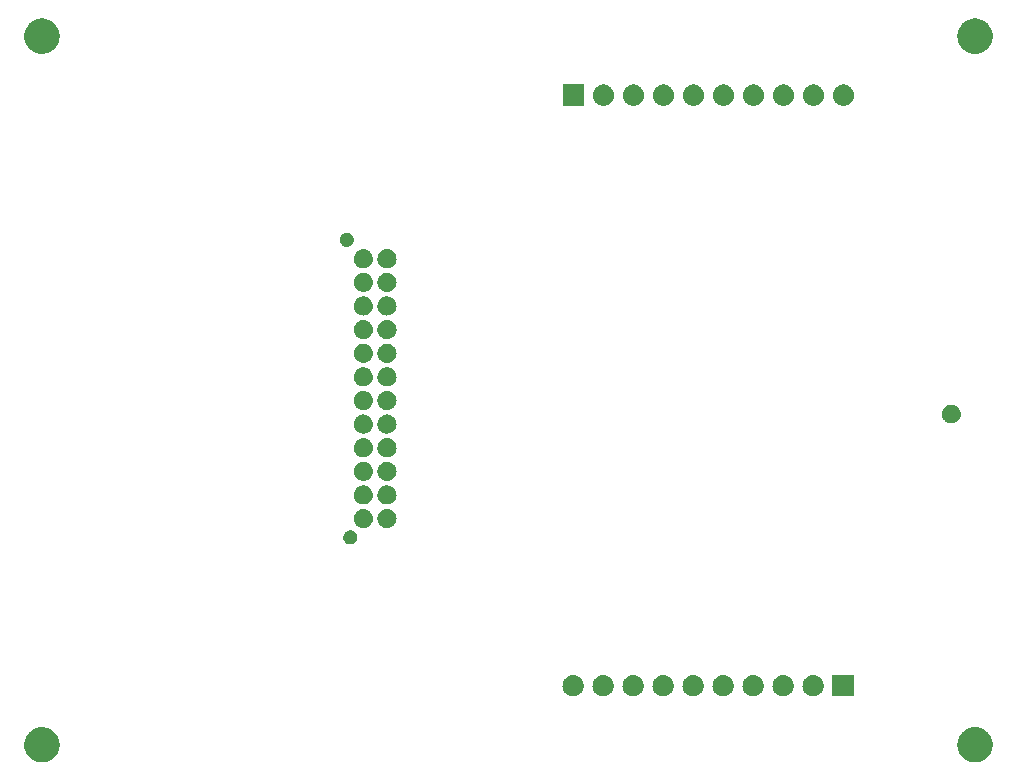
<source format=gbs>
%TF.GenerationSoftware,KiCad,Pcbnew,7.0.2*%
%TF.CreationDate,2023-10-23T14:01:15-05:00*%
%TF.ProjectId,BPS-MinionShield,4250532d-4d69-46e6-996f-6e536869656c,rev?*%
%TF.SameCoordinates,Original*%
%TF.FileFunction,Soldermask,Bot*%
%TF.FilePolarity,Negative*%
%FSLAX46Y46*%
G04 Gerber Fmt 4.6, Leading zero omitted, Abs format (unit mm)*
G04 Created by KiCad (PCBNEW 7.0.2) date 2023-10-23 14:01:15*
%MOMM*%
%LPD*%
G01*
G04 APERTURE LIST*
G04 APERTURE END LIST*
G36*
X103060189Y-131505123D02*
G01*
X103123869Y-131505123D01*
X103180709Y-131514608D01*
X103234594Y-131518849D01*
X103299492Y-131534429D01*
X103368228Y-131545900D01*
X103416977Y-131562635D01*
X103463405Y-131573782D01*
X103530981Y-131601772D01*
X103602543Y-131626340D01*
X103642514Y-131647971D01*
X103680810Y-131663834D01*
X103748686Y-131705428D01*
X103820422Y-131744250D01*
X103851463Y-131768410D01*
X103881451Y-131786787D01*
X103946985Y-131842758D01*
X104015922Y-131896414D01*
X104038408Y-131920840D01*
X104060387Y-131939612D01*
X104120737Y-132010273D01*
X104183711Y-132078681D01*
X104198514Y-132101339D01*
X104213212Y-132118548D01*
X104265441Y-132203778D01*
X104319211Y-132286079D01*
X104327612Y-132305232D01*
X104336165Y-132319189D01*
X104377383Y-132418698D01*
X104418726Y-132512951D01*
X104422347Y-132527252D01*
X104426217Y-132536594D01*
X104453663Y-132650914D01*
X104479542Y-132753108D01*
X104480250Y-132761658D01*
X104481150Y-132765405D01*
X104492293Y-132906994D01*
X104500000Y-133000000D01*
X104492290Y-133093035D01*
X104481150Y-133234594D01*
X104480250Y-133238340D01*
X104479542Y-133246892D01*
X104453658Y-133349103D01*
X104426217Y-133463405D01*
X104422348Y-133472744D01*
X104418726Y-133487049D01*
X104377375Y-133581318D01*
X104336165Y-133680810D01*
X104327614Y-133694763D01*
X104319211Y-133713921D01*
X104265431Y-133796237D01*
X104213212Y-133881451D01*
X104198517Y-133898656D01*
X104183711Y-133921319D01*
X104120725Y-133989739D01*
X104060387Y-134060387D01*
X104038412Y-134079155D01*
X104015922Y-134103586D01*
X103946972Y-134157251D01*
X103881451Y-134213212D01*
X103851469Y-134231584D01*
X103820422Y-134255750D01*
X103748672Y-134294578D01*
X103680810Y-134336165D01*
X103642522Y-134352024D01*
X103602543Y-134373660D01*
X103530966Y-134398231D01*
X103463405Y-134426217D01*
X103416987Y-134437360D01*
X103368228Y-134454100D01*
X103299479Y-134465572D01*
X103234594Y-134481150D01*
X103180721Y-134485389D01*
X103123869Y-134494877D01*
X103060176Y-134494877D01*
X102999999Y-134499613D01*
X102939823Y-134494877D01*
X102876131Y-134494877D01*
X102819279Y-134485390D01*
X102765405Y-134481150D01*
X102700517Y-134465571D01*
X102631772Y-134454100D01*
X102583014Y-134437361D01*
X102536594Y-134426217D01*
X102469027Y-134398229D01*
X102397457Y-134373660D01*
X102357480Y-134352025D01*
X102319189Y-134336165D01*
X102251319Y-134294574D01*
X102179578Y-134255750D01*
X102148534Y-134231587D01*
X102118548Y-134213212D01*
X102053016Y-134157242D01*
X101984078Y-134103586D01*
X101961591Y-134079159D01*
X101939612Y-134060387D01*
X101879260Y-133989724D01*
X101816289Y-133921319D01*
X101801486Y-133898661D01*
X101786787Y-133881451D01*
X101734552Y-133796212D01*
X101680789Y-133713921D01*
X101672388Y-133694769D01*
X101663834Y-133680810D01*
X101622606Y-133581277D01*
X101581274Y-133487049D01*
X101577653Y-133472751D01*
X101573782Y-133463405D01*
X101546322Y-133349027D01*
X101520458Y-133246892D01*
X101519749Y-133238346D01*
X101518849Y-133234594D01*
X101507688Y-133092783D01*
X101500000Y-133000000D01*
X101507687Y-132907223D01*
X101518849Y-132765405D01*
X101519750Y-132761651D01*
X101520458Y-132753108D01*
X101546317Y-132650990D01*
X101573782Y-132536594D01*
X101577653Y-132527246D01*
X101581274Y-132512951D01*
X101622598Y-132418739D01*
X101663834Y-132319189D01*
X101672389Y-132305226D01*
X101680789Y-132286079D01*
X101734542Y-132203802D01*
X101786787Y-132118548D01*
X101801488Y-132101334D01*
X101816289Y-132078681D01*
X101879248Y-132010288D01*
X101939612Y-131939612D01*
X101961595Y-131920836D01*
X101984078Y-131896414D01*
X102053002Y-131842767D01*
X102118548Y-131786787D01*
X102148540Y-131768407D01*
X102179578Y-131744250D01*
X102251305Y-131705433D01*
X102319189Y-131663834D01*
X102357488Y-131647969D01*
X102397457Y-131626340D01*
X102469013Y-131601774D01*
X102536594Y-131573782D01*
X102583024Y-131562634D01*
X102631772Y-131545900D01*
X102700503Y-131534430D01*
X102765405Y-131518849D01*
X102819290Y-131514608D01*
X102876131Y-131505123D01*
X102939811Y-131505123D01*
X103000000Y-131500386D01*
X103060189Y-131505123D01*
G37*
G36*
X182060188Y-131505123D02*
G01*
X182123869Y-131505123D01*
X182180709Y-131514608D01*
X182234594Y-131518849D01*
X182299492Y-131534429D01*
X182368228Y-131545900D01*
X182416977Y-131562635D01*
X182463405Y-131573782D01*
X182530981Y-131601772D01*
X182602543Y-131626340D01*
X182642514Y-131647971D01*
X182680810Y-131663834D01*
X182748686Y-131705428D01*
X182820422Y-131744250D01*
X182851463Y-131768410D01*
X182881451Y-131786787D01*
X182946985Y-131842758D01*
X183015922Y-131896414D01*
X183038408Y-131920840D01*
X183060387Y-131939612D01*
X183120737Y-132010273D01*
X183183711Y-132078681D01*
X183198514Y-132101339D01*
X183213212Y-132118548D01*
X183265441Y-132203778D01*
X183319211Y-132286079D01*
X183327612Y-132305232D01*
X183336165Y-132319189D01*
X183377383Y-132418698D01*
X183418726Y-132512951D01*
X183422347Y-132527252D01*
X183426217Y-132536594D01*
X183453663Y-132650914D01*
X183479542Y-132753108D01*
X183480250Y-132761658D01*
X183481150Y-132765405D01*
X183492293Y-132906994D01*
X183500000Y-133000000D01*
X183492290Y-133093035D01*
X183481150Y-133234594D01*
X183480250Y-133238340D01*
X183479542Y-133246892D01*
X183453658Y-133349103D01*
X183426217Y-133463405D01*
X183422348Y-133472744D01*
X183418726Y-133487049D01*
X183377375Y-133581318D01*
X183336165Y-133680810D01*
X183327614Y-133694763D01*
X183319211Y-133713921D01*
X183265431Y-133796237D01*
X183213212Y-133881451D01*
X183198517Y-133898656D01*
X183183711Y-133921319D01*
X183120725Y-133989739D01*
X183060387Y-134060387D01*
X183038412Y-134079155D01*
X183015922Y-134103586D01*
X182946972Y-134157251D01*
X182881451Y-134213212D01*
X182851469Y-134231584D01*
X182820422Y-134255750D01*
X182748672Y-134294578D01*
X182680810Y-134336165D01*
X182642522Y-134352024D01*
X182602543Y-134373660D01*
X182530966Y-134398231D01*
X182463405Y-134426217D01*
X182416987Y-134437360D01*
X182368228Y-134454100D01*
X182299479Y-134465572D01*
X182234594Y-134481150D01*
X182180721Y-134485389D01*
X182123869Y-134494877D01*
X182060176Y-134494877D01*
X181999999Y-134499613D01*
X181939823Y-134494877D01*
X181876131Y-134494877D01*
X181819279Y-134485390D01*
X181765405Y-134481150D01*
X181700517Y-134465571D01*
X181631772Y-134454100D01*
X181583014Y-134437361D01*
X181536594Y-134426217D01*
X181469027Y-134398229D01*
X181397457Y-134373660D01*
X181357480Y-134352025D01*
X181319189Y-134336165D01*
X181251319Y-134294574D01*
X181179578Y-134255750D01*
X181148534Y-134231587D01*
X181118548Y-134213212D01*
X181053016Y-134157242D01*
X180984078Y-134103586D01*
X180961591Y-134079159D01*
X180939612Y-134060387D01*
X180879260Y-133989724D01*
X180816289Y-133921319D01*
X180801486Y-133898661D01*
X180786787Y-133881451D01*
X180734552Y-133796212D01*
X180680789Y-133713921D01*
X180672388Y-133694769D01*
X180663834Y-133680810D01*
X180622606Y-133581277D01*
X180581274Y-133487049D01*
X180577653Y-133472751D01*
X180573782Y-133463405D01*
X180546322Y-133349027D01*
X180520458Y-133246892D01*
X180519749Y-133238346D01*
X180518849Y-133234594D01*
X180507689Y-133092795D01*
X180500000Y-133000000D01*
X180507686Y-132907235D01*
X180518849Y-132765405D01*
X180519750Y-132761651D01*
X180520458Y-132753108D01*
X180546317Y-132650990D01*
X180573782Y-132536594D01*
X180577653Y-132527246D01*
X180581274Y-132512951D01*
X180622598Y-132418739D01*
X180663834Y-132319189D01*
X180672389Y-132305226D01*
X180680789Y-132286079D01*
X180734542Y-132203802D01*
X180786787Y-132118548D01*
X180801488Y-132101334D01*
X180816289Y-132078681D01*
X180879248Y-132010288D01*
X180939612Y-131939612D01*
X180961595Y-131920836D01*
X180984078Y-131896414D01*
X181053002Y-131842767D01*
X181118548Y-131786787D01*
X181148540Y-131768407D01*
X181179578Y-131744250D01*
X181251305Y-131705433D01*
X181319189Y-131663834D01*
X181357488Y-131647969D01*
X181397457Y-131626340D01*
X181469013Y-131601774D01*
X181536594Y-131573782D01*
X181583024Y-131562634D01*
X181631772Y-131545900D01*
X181700503Y-131534430D01*
X181765405Y-131518849D01*
X181819291Y-131514608D01*
X181876131Y-131505123D01*
X181939810Y-131505123D01*
X181999999Y-131500386D01*
X182060188Y-131505123D01*
G37*
G36*
X171699517Y-127102882D02*
G01*
X171716062Y-127113938D01*
X171727118Y-127130483D01*
X171731000Y-127150000D01*
X171731000Y-128850000D01*
X171727118Y-128869517D01*
X171716062Y-128886062D01*
X171699517Y-128897118D01*
X171680000Y-128901000D01*
X169980000Y-128901000D01*
X169960483Y-128897118D01*
X169943938Y-128886062D01*
X169932882Y-128869517D01*
X169929000Y-128850000D01*
X169929000Y-127150000D01*
X169932882Y-127130483D01*
X169943938Y-127113938D01*
X169960483Y-127102882D01*
X169980000Y-127099000D01*
X171680000Y-127099000D01*
X171699517Y-127102882D01*
G37*
G36*
X148013983Y-127103936D02*
G01*
X148064180Y-127103936D01*
X148107524Y-127113149D01*
X148145659Y-127116905D01*
X148193566Y-127131437D01*
X148248424Y-127143098D01*
X148283530Y-127158728D01*
X148314566Y-127168143D01*
X148363884Y-127194504D01*
X148420500Y-127219711D01*
X148446822Y-127238835D01*
X148470232Y-127251348D01*
X148517988Y-127290540D01*
X148572887Y-127330427D01*
X148590711Y-127350223D01*
X148606675Y-127363324D01*
X148649572Y-127415594D01*
X148698924Y-127470405D01*
X148709292Y-127488363D01*
X148718651Y-127499767D01*
X148753273Y-127564542D01*
X148793104Y-127633530D01*
X148797685Y-127647630D01*
X148801856Y-127655433D01*
X148824852Y-127731242D01*
X148851311Y-127812672D01*
X148852242Y-127821532D01*
X148853094Y-127824340D01*
X148861384Y-127908513D01*
X148871000Y-128000000D01*
X148861383Y-128091494D01*
X148853094Y-128175659D01*
X148852242Y-128178466D01*
X148851311Y-128187328D01*
X148824848Y-128268771D01*
X148801856Y-128344566D01*
X148797686Y-128352366D01*
X148793104Y-128366470D01*
X148753266Y-128435470D01*
X148718651Y-128500232D01*
X148709294Y-128511633D01*
X148698924Y-128529595D01*
X148649563Y-128584415D01*
X148606675Y-128636675D01*
X148590714Y-128649773D01*
X148572887Y-128669573D01*
X148517977Y-128709467D01*
X148470232Y-128748651D01*
X148446827Y-128761161D01*
X148420500Y-128780289D01*
X148363873Y-128805500D01*
X148314566Y-128831856D01*
X148283537Y-128841268D01*
X148248424Y-128856902D01*
X148193555Y-128868564D01*
X148145659Y-128883094D01*
X148107533Y-128886849D01*
X148064180Y-128896064D01*
X148013972Y-128896064D01*
X147969999Y-128900395D01*
X147926026Y-128896064D01*
X147875820Y-128896064D01*
X147832467Y-128886849D01*
X147794340Y-128883094D01*
X147746441Y-128868563D01*
X147691576Y-128856902D01*
X147656464Y-128841269D01*
X147625433Y-128831856D01*
X147576120Y-128805498D01*
X147519500Y-128780289D01*
X147493175Y-128761163D01*
X147469767Y-128748651D01*
X147422013Y-128709460D01*
X147367113Y-128669573D01*
X147349287Y-128649776D01*
X147333324Y-128636675D01*
X147290425Y-128584402D01*
X147241076Y-128529595D01*
X147230708Y-128511637D01*
X147221348Y-128500232D01*
X147186719Y-128435447D01*
X147146896Y-128366470D01*
X147142315Y-128352371D01*
X147138143Y-128344566D01*
X147115136Y-128268725D01*
X147088689Y-128187328D01*
X147087758Y-128178471D01*
X147086905Y-128175659D01*
X147078600Y-128091342D01*
X147069000Y-128000000D01*
X147078599Y-127908664D01*
X147086905Y-127824340D01*
X147087758Y-127821527D01*
X147088689Y-127812672D01*
X147115132Y-127731288D01*
X147138143Y-127655433D01*
X147142315Y-127647626D01*
X147146896Y-127633530D01*
X147186712Y-127564565D01*
X147221348Y-127499767D01*
X147230710Y-127488359D01*
X147241076Y-127470405D01*
X147290416Y-127415607D01*
X147333324Y-127363324D01*
X147349291Y-127350219D01*
X147367113Y-127330427D01*
X147422002Y-127290546D01*
X147469767Y-127251348D01*
X147493180Y-127238833D01*
X147519500Y-127219711D01*
X147576109Y-127194506D01*
X147625433Y-127168143D01*
X147656471Y-127158727D01*
X147691576Y-127143098D01*
X147746430Y-127131438D01*
X147794340Y-127116905D01*
X147832476Y-127113148D01*
X147875820Y-127103936D01*
X147926016Y-127103936D01*
X147969999Y-127099604D01*
X148013983Y-127103936D01*
G37*
G36*
X150553983Y-127103936D02*
G01*
X150604180Y-127103936D01*
X150647524Y-127113149D01*
X150685659Y-127116905D01*
X150733566Y-127131437D01*
X150788424Y-127143098D01*
X150823530Y-127158728D01*
X150854566Y-127168143D01*
X150903884Y-127194504D01*
X150960500Y-127219711D01*
X150986822Y-127238835D01*
X151010232Y-127251348D01*
X151057988Y-127290540D01*
X151112887Y-127330427D01*
X151130711Y-127350223D01*
X151146675Y-127363324D01*
X151189572Y-127415594D01*
X151238924Y-127470405D01*
X151249292Y-127488363D01*
X151258651Y-127499767D01*
X151293273Y-127564542D01*
X151333104Y-127633530D01*
X151337685Y-127647630D01*
X151341856Y-127655433D01*
X151364852Y-127731242D01*
X151391311Y-127812672D01*
X151392242Y-127821532D01*
X151393094Y-127824340D01*
X151401384Y-127908513D01*
X151411000Y-128000000D01*
X151401383Y-128091494D01*
X151393094Y-128175659D01*
X151392242Y-128178466D01*
X151391311Y-128187328D01*
X151364848Y-128268771D01*
X151341856Y-128344566D01*
X151337686Y-128352366D01*
X151333104Y-128366470D01*
X151293266Y-128435470D01*
X151258651Y-128500232D01*
X151249294Y-128511633D01*
X151238924Y-128529595D01*
X151189563Y-128584415D01*
X151146675Y-128636675D01*
X151130714Y-128649773D01*
X151112887Y-128669573D01*
X151057977Y-128709467D01*
X151010232Y-128748651D01*
X150986827Y-128761161D01*
X150960500Y-128780289D01*
X150903873Y-128805500D01*
X150854566Y-128831856D01*
X150823537Y-128841268D01*
X150788424Y-128856902D01*
X150733555Y-128868564D01*
X150685659Y-128883094D01*
X150647533Y-128886849D01*
X150604180Y-128896064D01*
X150553972Y-128896064D01*
X150509999Y-128900395D01*
X150466026Y-128896064D01*
X150415820Y-128896064D01*
X150372467Y-128886849D01*
X150334340Y-128883094D01*
X150286441Y-128868563D01*
X150231576Y-128856902D01*
X150196464Y-128841269D01*
X150165433Y-128831856D01*
X150116120Y-128805498D01*
X150059500Y-128780289D01*
X150033175Y-128761163D01*
X150009767Y-128748651D01*
X149962013Y-128709460D01*
X149907113Y-128669573D01*
X149889287Y-128649776D01*
X149873324Y-128636675D01*
X149830425Y-128584402D01*
X149781076Y-128529595D01*
X149770708Y-128511637D01*
X149761348Y-128500232D01*
X149726719Y-128435447D01*
X149686896Y-128366470D01*
X149682315Y-128352371D01*
X149678143Y-128344566D01*
X149655136Y-128268725D01*
X149628689Y-128187328D01*
X149627758Y-128178471D01*
X149626905Y-128175659D01*
X149618600Y-128091342D01*
X149609000Y-128000000D01*
X149618599Y-127908664D01*
X149626905Y-127824340D01*
X149627758Y-127821527D01*
X149628689Y-127812672D01*
X149655132Y-127731288D01*
X149678143Y-127655433D01*
X149682315Y-127647626D01*
X149686896Y-127633530D01*
X149726712Y-127564565D01*
X149761348Y-127499767D01*
X149770710Y-127488359D01*
X149781076Y-127470405D01*
X149830416Y-127415607D01*
X149873324Y-127363324D01*
X149889291Y-127350219D01*
X149907113Y-127330427D01*
X149962002Y-127290546D01*
X150009767Y-127251348D01*
X150033180Y-127238833D01*
X150059500Y-127219711D01*
X150116109Y-127194506D01*
X150165433Y-127168143D01*
X150196471Y-127158727D01*
X150231576Y-127143098D01*
X150286430Y-127131438D01*
X150334340Y-127116905D01*
X150372476Y-127113148D01*
X150415820Y-127103936D01*
X150466016Y-127103936D01*
X150509999Y-127099604D01*
X150553983Y-127103936D01*
G37*
G36*
X153093983Y-127103936D02*
G01*
X153144180Y-127103936D01*
X153187524Y-127113149D01*
X153225659Y-127116905D01*
X153273566Y-127131437D01*
X153328424Y-127143098D01*
X153363530Y-127158728D01*
X153394566Y-127168143D01*
X153443884Y-127194504D01*
X153500500Y-127219711D01*
X153526822Y-127238835D01*
X153550232Y-127251348D01*
X153597988Y-127290540D01*
X153652887Y-127330427D01*
X153670711Y-127350223D01*
X153686675Y-127363324D01*
X153729572Y-127415594D01*
X153778924Y-127470405D01*
X153789292Y-127488363D01*
X153798651Y-127499767D01*
X153833273Y-127564542D01*
X153873104Y-127633530D01*
X153877685Y-127647630D01*
X153881856Y-127655433D01*
X153904852Y-127731242D01*
X153931311Y-127812672D01*
X153932242Y-127821532D01*
X153933094Y-127824340D01*
X153941384Y-127908513D01*
X153951000Y-128000000D01*
X153941383Y-128091494D01*
X153933094Y-128175659D01*
X153932242Y-128178466D01*
X153931311Y-128187328D01*
X153904848Y-128268771D01*
X153881856Y-128344566D01*
X153877686Y-128352366D01*
X153873104Y-128366470D01*
X153833266Y-128435470D01*
X153798651Y-128500232D01*
X153789294Y-128511633D01*
X153778924Y-128529595D01*
X153729563Y-128584415D01*
X153686675Y-128636675D01*
X153670714Y-128649773D01*
X153652887Y-128669573D01*
X153597977Y-128709467D01*
X153550232Y-128748651D01*
X153526827Y-128761161D01*
X153500500Y-128780289D01*
X153443873Y-128805500D01*
X153394566Y-128831856D01*
X153363537Y-128841268D01*
X153328424Y-128856902D01*
X153273555Y-128868564D01*
X153225659Y-128883094D01*
X153187533Y-128886849D01*
X153144180Y-128896064D01*
X153093972Y-128896064D01*
X153049999Y-128900395D01*
X153006026Y-128896064D01*
X152955820Y-128896064D01*
X152912467Y-128886849D01*
X152874340Y-128883094D01*
X152826441Y-128868563D01*
X152771576Y-128856902D01*
X152736464Y-128841269D01*
X152705433Y-128831856D01*
X152656120Y-128805498D01*
X152599500Y-128780289D01*
X152573175Y-128761163D01*
X152549767Y-128748651D01*
X152502013Y-128709460D01*
X152447113Y-128669573D01*
X152429287Y-128649776D01*
X152413324Y-128636675D01*
X152370425Y-128584402D01*
X152321076Y-128529595D01*
X152310708Y-128511637D01*
X152301348Y-128500232D01*
X152266719Y-128435447D01*
X152226896Y-128366470D01*
X152222315Y-128352371D01*
X152218143Y-128344566D01*
X152195136Y-128268725D01*
X152168689Y-128187328D01*
X152167758Y-128178471D01*
X152166905Y-128175659D01*
X152158600Y-128091342D01*
X152149000Y-128000000D01*
X152158599Y-127908664D01*
X152166905Y-127824340D01*
X152167758Y-127821527D01*
X152168689Y-127812672D01*
X152195132Y-127731288D01*
X152218143Y-127655433D01*
X152222315Y-127647626D01*
X152226896Y-127633530D01*
X152266712Y-127564565D01*
X152301348Y-127499767D01*
X152310710Y-127488359D01*
X152321076Y-127470405D01*
X152370416Y-127415607D01*
X152413324Y-127363324D01*
X152429291Y-127350219D01*
X152447113Y-127330427D01*
X152502002Y-127290546D01*
X152549767Y-127251348D01*
X152573180Y-127238833D01*
X152599500Y-127219711D01*
X152656109Y-127194506D01*
X152705433Y-127168143D01*
X152736471Y-127158727D01*
X152771576Y-127143098D01*
X152826430Y-127131438D01*
X152874340Y-127116905D01*
X152912476Y-127113148D01*
X152955820Y-127103936D01*
X153006016Y-127103936D01*
X153049999Y-127099604D01*
X153093983Y-127103936D01*
G37*
G36*
X155633983Y-127103936D02*
G01*
X155684180Y-127103936D01*
X155727524Y-127113149D01*
X155765659Y-127116905D01*
X155813566Y-127131437D01*
X155868424Y-127143098D01*
X155903530Y-127158728D01*
X155934566Y-127168143D01*
X155983884Y-127194504D01*
X156040500Y-127219711D01*
X156066822Y-127238835D01*
X156090232Y-127251348D01*
X156137988Y-127290540D01*
X156192887Y-127330427D01*
X156210711Y-127350223D01*
X156226675Y-127363324D01*
X156269572Y-127415594D01*
X156318924Y-127470405D01*
X156329292Y-127488363D01*
X156338651Y-127499767D01*
X156373273Y-127564542D01*
X156413104Y-127633530D01*
X156417685Y-127647630D01*
X156421856Y-127655433D01*
X156444852Y-127731242D01*
X156471311Y-127812672D01*
X156472242Y-127821532D01*
X156473094Y-127824340D01*
X156481384Y-127908513D01*
X156491000Y-128000000D01*
X156481383Y-128091494D01*
X156473094Y-128175659D01*
X156472242Y-128178466D01*
X156471311Y-128187328D01*
X156444848Y-128268771D01*
X156421856Y-128344566D01*
X156417686Y-128352366D01*
X156413104Y-128366470D01*
X156373266Y-128435470D01*
X156338651Y-128500232D01*
X156329294Y-128511633D01*
X156318924Y-128529595D01*
X156269563Y-128584415D01*
X156226675Y-128636675D01*
X156210714Y-128649773D01*
X156192887Y-128669573D01*
X156137977Y-128709467D01*
X156090232Y-128748651D01*
X156066827Y-128761161D01*
X156040500Y-128780289D01*
X155983873Y-128805500D01*
X155934566Y-128831856D01*
X155903537Y-128841268D01*
X155868424Y-128856902D01*
X155813555Y-128868564D01*
X155765659Y-128883094D01*
X155727532Y-128886849D01*
X155684180Y-128896064D01*
X155633973Y-128896064D01*
X155590000Y-128900395D01*
X155546027Y-128896064D01*
X155495820Y-128896064D01*
X155452467Y-128886849D01*
X155414340Y-128883094D01*
X155366441Y-128868563D01*
X155311576Y-128856902D01*
X155276464Y-128841269D01*
X155245433Y-128831856D01*
X155196120Y-128805498D01*
X155139500Y-128780289D01*
X155113175Y-128761163D01*
X155089767Y-128748651D01*
X155042013Y-128709460D01*
X154987113Y-128669573D01*
X154969287Y-128649776D01*
X154953324Y-128636675D01*
X154910425Y-128584402D01*
X154861076Y-128529595D01*
X154850708Y-128511637D01*
X154841348Y-128500232D01*
X154806719Y-128435447D01*
X154766896Y-128366470D01*
X154762315Y-128352371D01*
X154758143Y-128344566D01*
X154735136Y-128268725D01*
X154708689Y-128187328D01*
X154707758Y-128178471D01*
X154706905Y-128175659D01*
X154698600Y-128091342D01*
X154689000Y-128000000D01*
X154698599Y-127908664D01*
X154706905Y-127824340D01*
X154707758Y-127821527D01*
X154708689Y-127812672D01*
X154735132Y-127731288D01*
X154758143Y-127655433D01*
X154762315Y-127647626D01*
X154766896Y-127633530D01*
X154806712Y-127564565D01*
X154841348Y-127499767D01*
X154850710Y-127488359D01*
X154861076Y-127470405D01*
X154910416Y-127415607D01*
X154953324Y-127363324D01*
X154969291Y-127350219D01*
X154987113Y-127330427D01*
X155042002Y-127290546D01*
X155089767Y-127251348D01*
X155113180Y-127238833D01*
X155139500Y-127219711D01*
X155196109Y-127194506D01*
X155245433Y-127168143D01*
X155276471Y-127158727D01*
X155311576Y-127143098D01*
X155366430Y-127131438D01*
X155414340Y-127116905D01*
X155452476Y-127113148D01*
X155495820Y-127103936D01*
X155546016Y-127103936D01*
X155590000Y-127099604D01*
X155633983Y-127103936D01*
G37*
G36*
X158173983Y-127103936D02*
G01*
X158224180Y-127103936D01*
X158267524Y-127113149D01*
X158305659Y-127116905D01*
X158353566Y-127131437D01*
X158408424Y-127143098D01*
X158443530Y-127158728D01*
X158474566Y-127168143D01*
X158523884Y-127194504D01*
X158580500Y-127219711D01*
X158606822Y-127238835D01*
X158630232Y-127251348D01*
X158677988Y-127290540D01*
X158732887Y-127330427D01*
X158750711Y-127350223D01*
X158766675Y-127363324D01*
X158809572Y-127415594D01*
X158858924Y-127470405D01*
X158869292Y-127488363D01*
X158878651Y-127499767D01*
X158913273Y-127564542D01*
X158953104Y-127633530D01*
X158957685Y-127647630D01*
X158961856Y-127655433D01*
X158984852Y-127731242D01*
X159011311Y-127812672D01*
X159012242Y-127821532D01*
X159013094Y-127824340D01*
X159021384Y-127908513D01*
X159031000Y-128000000D01*
X159021383Y-128091494D01*
X159013094Y-128175659D01*
X159012242Y-128178466D01*
X159011311Y-128187328D01*
X158984848Y-128268771D01*
X158961856Y-128344566D01*
X158957686Y-128352366D01*
X158953104Y-128366470D01*
X158913266Y-128435470D01*
X158878651Y-128500232D01*
X158869294Y-128511633D01*
X158858924Y-128529595D01*
X158809563Y-128584415D01*
X158766675Y-128636675D01*
X158750714Y-128649773D01*
X158732887Y-128669573D01*
X158677977Y-128709467D01*
X158630232Y-128748651D01*
X158606827Y-128761161D01*
X158580500Y-128780289D01*
X158523873Y-128805500D01*
X158474566Y-128831856D01*
X158443537Y-128841268D01*
X158408424Y-128856902D01*
X158353555Y-128868564D01*
X158305659Y-128883094D01*
X158267532Y-128886849D01*
X158224180Y-128896064D01*
X158173973Y-128896064D01*
X158130000Y-128900395D01*
X158086027Y-128896064D01*
X158035820Y-128896064D01*
X157992467Y-128886849D01*
X157954340Y-128883094D01*
X157906441Y-128868563D01*
X157851576Y-128856902D01*
X157816464Y-128841269D01*
X157785433Y-128831856D01*
X157736120Y-128805498D01*
X157679500Y-128780289D01*
X157653175Y-128761163D01*
X157629767Y-128748651D01*
X157582013Y-128709460D01*
X157527113Y-128669573D01*
X157509287Y-128649776D01*
X157493324Y-128636675D01*
X157450425Y-128584402D01*
X157401076Y-128529595D01*
X157390708Y-128511637D01*
X157381348Y-128500232D01*
X157346719Y-128435447D01*
X157306896Y-128366470D01*
X157302315Y-128352371D01*
X157298143Y-128344566D01*
X157275136Y-128268725D01*
X157248689Y-128187328D01*
X157247758Y-128178471D01*
X157246905Y-128175659D01*
X157238600Y-128091342D01*
X157229000Y-128000000D01*
X157238599Y-127908664D01*
X157246905Y-127824340D01*
X157247758Y-127821527D01*
X157248689Y-127812672D01*
X157275132Y-127731288D01*
X157298143Y-127655433D01*
X157302315Y-127647626D01*
X157306896Y-127633530D01*
X157346712Y-127564565D01*
X157381348Y-127499767D01*
X157390710Y-127488359D01*
X157401076Y-127470405D01*
X157450416Y-127415607D01*
X157493324Y-127363324D01*
X157509291Y-127350219D01*
X157527113Y-127330427D01*
X157582002Y-127290546D01*
X157629767Y-127251348D01*
X157653180Y-127238833D01*
X157679500Y-127219711D01*
X157736109Y-127194506D01*
X157785433Y-127168143D01*
X157816471Y-127158727D01*
X157851576Y-127143098D01*
X157906430Y-127131438D01*
X157954340Y-127116905D01*
X157992476Y-127113148D01*
X158035820Y-127103936D01*
X158086016Y-127103936D01*
X158130000Y-127099604D01*
X158173983Y-127103936D01*
G37*
G36*
X160713983Y-127103936D02*
G01*
X160764180Y-127103936D01*
X160807524Y-127113149D01*
X160845659Y-127116905D01*
X160893566Y-127131437D01*
X160948424Y-127143098D01*
X160983530Y-127158728D01*
X161014566Y-127168143D01*
X161063884Y-127194504D01*
X161120500Y-127219711D01*
X161146822Y-127238835D01*
X161170232Y-127251348D01*
X161217988Y-127290540D01*
X161272887Y-127330427D01*
X161290711Y-127350223D01*
X161306675Y-127363324D01*
X161349572Y-127415594D01*
X161398924Y-127470405D01*
X161409292Y-127488363D01*
X161418651Y-127499767D01*
X161453273Y-127564542D01*
X161493104Y-127633530D01*
X161497685Y-127647630D01*
X161501856Y-127655433D01*
X161524852Y-127731242D01*
X161551311Y-127812672D01*
X161552242Y-127821532D01*
X161553094Y-127824340D01*
X161561384Y-127908513D01*
X161571000Y-128000000D01*
X161561383Y-128091494D01*
X161553094Y-128175659D01*
X161552242Y-128178466D01*
X161551311Y-128187328D01*
X161524848Y-128268771D01*
X161501856Y-128344566D01*
X161497686Y-128352366D01*
X161493104Y-128366470D01*
X161453266Y-128435470D01*
X161418651Y-128500232D01*
X161409294Y-128511633D01*
X161398924Y-128529595D01*
X161349563Y-128584415D01*
X161306675Y-128636675D01*
X161290714Y-128649773D01*
X161272887Y-128669573D01*
X161217977Y-128709467D01*
X161170232Y-128748651D01*
X161146827Y-128761161D01*
X161120500Y-128780289D01*
X161063873Y-128805500D01*
X161014566Y-128831856D01*
X160983537Y-128841268D01*
X160948424Y-128856902D01*
X160893555Y-128868564D01*
X160845659Y-128883094D01*
X160807532Y-128886849D01*
X160764180Y-128896064D01*
X160713973Y-128896064D01*
X160670000Y-128900395D01*
X160626027Y-128896064D01*
X160575820Y-128896064D01*
X160532467Y-128886849D01*
X160494340Y-128883094D01*
X160446441Y-128868563D01*
X160391576Y-128856902D01*
X160356464Y-128841269D01*
X160325433Y-128831856D01*
X160276120Y-128805498D01*
X160219500Y-128780289D01*
X160193175Y-128761163D01*
X160169767Y-128748651D01*
X160122013Y-128709460D01*
X160067113Y-128669573D01*
X160049287Y-128649776D01*
X160033324Y-128636675D01*
X159990425Y-128584402D01*
X159941076Y-128529595D01*
X159930708Y-128511637D01*
X159921348Y-128500232D01*
X159886719Y-128435447D01*
X159846896Y-128366470D01*
X159842315Y-128352371D01*
X159838143Y-128344566D01*
X159815136Y-128268725D01*
X159788689Y-128187328D01*
X159787758Y-128178471D01*
X159786905Y-128175659D01*
X159778600Y-128091342D01*
X159769000Y-128000000D01*
X159778599Y-127908664D01*
X159786905Y-127824340D01*
X159787758Y-127821527D01*
X159788689Y-127812672D01*
X159815132Y-127731288D01*
X159838143Y-127655433D01*
X159842315Y-127647626D01*
X159846896Y-127633530D01*
X159886712Y-127564565D01*
X159921348Y-127499767D01*
X159930710Y-127488359D01*
X159941076Y-127470405D01*
X159990416Y-127415607D01*
X160033324Y-127363324D01*
X160049291Y-127350219D01*
X160067113Y-127330427D01*
X160122002Y-127290546D01*
X160169767Y-127251348D01*
X160193180Y-127238833D01*
X160219500Y-127219711D01*
X160276109Y-127194506D01*
X160325433Y-127168143D01*
X160356471Y-127158727D01*
X160391576Y-127143098D01*
X160446430Y-127131438D01*
X160494340Y-127116905D01*
X160532476Y-127113148D01*
X160575820Y-127103936D01*
X160626016Y-127103936D01*
X160670000Y-127099604D01*
X160713983Y-127103936D01*
G37*
G36*
X163253983Y-127103936D02*
G01*
X163304180Y-127103936D01*
X163347524Y-127113149D01*
X163385659Y-127116905D01*
X163433566Y-127131437D01*
X163488424Y-127143098D01*
X163523530Y-127158728D01*
X163554566Y-127168143D01*
X163603884Y-127194504D01*
X163660500Y-127219711D01*
X163686822Y-127238835D01*
X163710232Y-127251348D01*
X163757988Y-127290540D01*
X163812887Y-127330427D01*
X163830711Y-127350223D01*
X163846675Y-127363324D01*
X163889572Y-127415594D01*
X163938924Y-127470405D01*
X163949292Y-127488363D01*
X163958651Y-127499767D01*
X163993273Y-127564542D01*
X164033104Y-127633530D01*
X164037685Y-127647630D01*
X164041856Y-127655433D01*
X164064852Y-127731242D01*
X164091311Y-127812672D01*
X164092242Y-127821532D01*
X164093094Y-127824340D01*
X164101384Y-127908513D01*
X164111000Y-128000000D01*
X164101383Y-128091494D01*
X164093094Y-128175659D01*
X164092242Y-128178466D01*
X164091311Y-128187328D01*
X164064848Y-128268771D01*
X164041856Y-128344566D01*
X164037686Y-128352366D01*
X164033104Y-128366470D01*
X163993266Y-128435470D01*
X163958651Y-128500232D01*
X163949294Y-128511633D01*
X163938924Y-128529595D01*
X163889563Y-128584415D01*
X163846675Y-128636675D01*
X163830714Y-128649773D01*
X163812887Y-128669573D01*
X163757977Y-128709467D01*
X163710232Y-128748651D01*
X163686827Y-128761161D01*
X163660500Y-128780289D01*
X163603873Y-128805500D01*
X163554566Y-128831856D01*
X163523537Y-128841268D01*
X163488424Y-128856902D01*
X163433555Y-128868564D01*
X163385659Y-128883094D01*
X163347532Y-128886849D01*
X163304180Y-128896064D01*
X163253973Y-128896064D01*
X163210000Y-128900395D01*
X163166027Y-128896064D01*
X163115820Y-128896064D01*
X163072467Y-128886849D01*
X163034340Y-128883094D01*
X162986441Y-128868563D01*
X162931576Y-128856902D01*
X162896464Y-128841269D01*
X162865433Y-128831856D01*
X162816120Y-128805498D01*
X162759500Y-128780289D01*
X162733175Y-128761163D01*
X162709767Y-128748651D01*
X162662013Y-128709460D01*
X162607113Y-128669573D01*
X162589287Y-128649776D01*
X162573324Y-128636675D01*
X162530425Y-128584402D01*
X162481076Y-128529595D01*
X162470708Y-128511637D01*
X162461348Y-128500232D01*
X162426719Y-128435447D01*
X162386896Y-128366470D01*
X162382315Y-128352371D01*
X162378143Y-128344566D01*
X162355136Y-128268725D01*
X162328689Y-128187328D01*
X162327758Y-128178471D01*
X162326905Y-128175659D01*
X162318600Y-128091342D01*
X162309000Y-128000000D01*
X162318599Y-127908664D01*
X162326905Y-127824340D01*
X162327758Y-127821527D01*
X162328689Y-127812672D01*
X162355132Y-127731288D01*
X162378143Y-127655433D01*
X162382315Y-127647626D01*
X162386896Y-127633530D01*
X162426712Y-127564565D01*
X162461348Y-127499767D01*
X162470710Y-127488359D01*
X162481076Y-127470405D01*
X162530416Y-127415607D01*
X162573324Y-127363324D01*
X162589291Y-127350219D01*
X162607113Y-127330427D01*
X162662002Y-127290546D01*
X162709767Y-127251348D01*
X162733180Y-127238833D01*
X162759500Y-127219711D01*
X162816109Y-127194506D01*
X162865433Y-127168143D01*
X162896471Y-127158727D01*
X162931576Y-127143098D01*
X162986430Y-127131438D01*
X163034340Y-127116905D01*
X163072476Y-127113148D01*
X163115820Y-127103936D01*
X163166016Y-127103936D01*
X163210000Y-127099604D01*
X163253983Y-127103936D01*
G37*
G36*
X165793983Y-127103936D02*
G01*
X165844180Y-127103936D01*
X165887524Y-127113149D01*
X165925659Y-127116905D01*
X165973566Y-127131437D01*
X166028424Y-127143098D01*
X166063530Y-127158728D01*
X166094566Y-127168143D01*
X166143884Y-127194504D01*
X166200500Y-127219711D01*
X166226822Y-127238835D01*
X166250232Y-127251348D01*
X166297988Y-127290540D01*
X166352887Y-127330427D01*
X166370711Y-127350223D01*
X166386675Y-127363324D01*
X166429572Y-127415594D01*
X166478924Y-127470405D01*
X166489292Y-127488363D01*
X166498651Y-127499767D01*
X166533273Y-127564542D01*
X166573104Y-127633530D01*
X166577685Y-127647630D01*
X166581856Y-127655433D01*
X166604852Y-127731242D01*
X166631311Y-127812672D01*
X166632242Y-127821532D01*
X166633094Y-127824340D01*
X166641384Y-127908513D01*
X166651000Y-128000000D01*
X166641383Y-128091494D01*
X166633094Y-128175659D01*
X166632242Y-128178466D01*
X166631311Y-128187328D01*
X166604848Y-128268771D01*
X166581856Y-128344566D01*
X166577686Y-128352366D01*
X166573104Y-128366470D01*
X166533266Y-128435470D01*
X166498651Y-128500232D01*
X166489294Y-128511633D01*
X166478924Y-128529595D01*
X166429563Y-128584415D01*
X166386675Y-128636675D01*
X166370714Y-128649773D01*
X166352887Y-128669573D01*
X166297977Y-128709467D01*
X166250232Y-128748651D01*
X166226827Y-128761161D01*
X166200500Y-128780289D01*
X166143873Y-128805500D01*
X166094566Y-128831856D01*
X166063537Y-128841268D01*
X166028424Y-128856902D01*
X165973555Y-128868564D01*
X165925659Y-128883094D01*
X165887533Y-128886849D01*
X165844180Y-128896064D01*
X165793972Y-128896064D01*
X165749999Y-128900395D01*
X165706026Y-128896064D01*
X165655820Y-128896064D01*
X165612467Y-128886849D01*
X165574340Y-128883094D01*
X165526441Y-128868563D01*
X165471576Y-128856902D01*
X165436464Y-128841269D01*
X165405433Y-128831856D01*
X165356120Y-128805498D01*
X165299500Y-128780289D01*
X165273175Y-128761163D01*
X165249767Y-128748651D01*
X165202013Y-128709460D01*
X165147113Y-128669573D01*
X165129287Y-128649776D01*
X165113324Y-128636675D01*
X165070425Y-128584402D01*
X165021076Y-128529595D01*
X165010708Y-128511637D01*
X165001348Y-128500232D01*
X164966719Y-128435447D01*
X164926896Y-128366470D01*
X164922315Y-128352371D01*
X164918143Y-128344566D01*
X164895136Y-128268725D01*
X164868689Y-128187328D01*
X164867758Y-128178471D01*
X164866905Y-128175659D01*
X164858600Y-128091342D01*
X164849000Y-128000000D01*
X164858599Y-127908664D01*
X164866905Y-127824340D01*
X164867758Y-127821527D01*
X164868689Y-127812672D01*
X164895132Y-127731288D01*
X164918143Y-127655433D01*
X164922315Y-127647626D01*
X164926896Y-127633530D01*
X164966712Y-127564565D01*
X165001348Y-127499767D01*
X165010710Y-127488359D01*
X165021076Y-127470405D01*
X165070416Y-127415607D01*
X165113324Y-127363324D01*
X165129291Y-127350219D01*
X165147113Y-127330427D01*
X165202002Y-127290546D01*
X165249767Y-127251348D01*
X165273180Y-127238833D01*
X165299500Y-127219711D01*
X165356109Y-127194506D01*
X165405433Y-127168143D01*
X165436471Y-127158727D01*
X165471576Y-127143098D01*
X165526430Y-127131438D01*
X165574340Y-127116905D01*
X165612476Y-127113148D01*
X165655820Y-127103936D01*
X165706016Y-127103936D01*
X165749999Y-127099604D01*
X165793983Y-127103936D01*
G37*
G36*
X168333983Y-127103936D02*
G01*
X168384180Y-127103936D01*
X168427524Y-127113149D01*
X168465659Y-127116905D01*
X168513566Y-127131437D01*
X168568424Y-127143098D01*
X168603530Y-127158728D01*
X168634566Y-127168143D01*
X168683884Y-127194504D01*
X168740500Y-127219711D01*
X168766822Y-127238835D01*
X168790232Y-127251348D01*
X168837988Y-127290540D01*
X168892887Y-127330427D01*
X168910711Y-127350223D01*
X168926675Y-127363324D01*
X168969572Y-127415594D01*
X169018924Y-127470405D01*
X169029292Y-127488363D01*
X169038651Y-127499767D01*
X169073273Y-127564542D01*
X169113104Y-127633530D01*
X169117685Y-127647630D01*
X169121856Y-127655433D01*
X169144852Y-127731242D01*
X169171311Y-127812672D01*
X169172242Y-127821532D01*
X169173094Y-127824340D01*
X169181384Y-127908513D01*
X169191000Y-128000000D01*
X169181383Y-128091494D01*
X169173094Y-128175659D01*
X169172242Y-128178466D01*
X169171311Y-128187328D01*
X169144848Y-128268771D01*
X169121856Y-128344566D01*
X169117686Y-128352366D01*
X169113104Y-128366470D01*
X169073266Y-128435470D01*
X169038651Y-128500232D01*
X169029294Y-128511633D01*
X169018924Y-128529595D01*
X168969563Y-128584415D01*
X168926675Y-128636675D01*
X168910714Y-128649773D01*
X168892887Y-128669573D01*
X168837977Y-128709467D01*
X168790232Y-128748651D01*
X168766827Y-128761161D01*
X168740500Y-128780289D01*
X168683873Y-128805500D01*
X168634566Y-128831856D01*
X168603537Y-128841268D01*
X168568424Y-128856902D01*
X168513555Y-128868564D01*
X168465659Y-128883094D01*
X168427533Y-128886849D01*
X168384180Y-128896064D01*
X168333972Y-128896064D01*
X168289999Y-128900395D01*
X168246026Y-128896064D01*
X168195820Y-128896064D01*
X168152467Y-128886849D01*
X168114340Y-128883094D01*
X168066441Y-128868563D01*
X168011576Y-128856902D01*
X167976464Y-128841269D01*
X167945433Y-128831856D01*
X167896120Y-128805498D01*
X167839500Y-128780289D01*
X167813175Y-128761163D01*
X167789767Y-128748651D01*
X167742013Y-128709460D01*
X167687113Y-128669573D01*
X167669287Y-128649776D01*
X167653324Y-128636675D01*
X167610425Y-128584402D01*
X167561076Y-128529595D01*
X167550708Y-128511637D01*
X167541348Y-128500232D01*
X167506719Y-128435447D01*
X167466896Y-128366470D01*
X167462315Y-128352371D01*
X167458143Y-128344566D01*
X167435136Y-128268725D01*
X167408689Y-128187328D01*
X167407758Y-128178471D01*
X167406905Y-128175659D01*
X167398600Y-128091342D01*
X167389000Y-128000000D01*
X167398599Y-127908664D01*
X167406905Y-127824340D01*
X167407758Y-127821527D01*
X167408689Y-127812672D01*
X167435132Y-127731288D01*
X167458143Y-127655433D01*
X167462315Y-127647626D01*
X167466896Y-127633530D01*
X167506712Y-127564565D01*
X167541348Y-127499767D01*
X167550710Y-127488359D01*
X167561076Y-127470405D01*
X167610416Y-127415607D01*
X167653324Y-127363324D01*
X167669291Y-127350219D01*
X167687113Y-127330427D01*
X167742002Y-127290546D01*
X167789767Y-127251348D01*
X167813180Y-127238833D01*
X167839500Y-127219711D01*
X167896109Y-127194506D01*
X167945433Y-127168143D01*
X167976471Y-127158727D01*
X168011576Y-127143098D01*
X168066430Y-127131438D01*
X168114340Y-127116905D01*
X168152476Y-127113148D01*
X168195820Y-127103936D01*
X168246016Y-127103936D01*
X168289999Y-127099604D01*
X168333983Y-127103936D01*
G37*
G36*
X129151613Y-114855478D02*
G01*
X129243334Y-114865813D01*
X129251311Y-114868604D01*
X129265291Y-114870445D01*
X129312749Y-114890102D01*
X129369989Y-114910132D01*
X129387174Y-114920930D01*
X129410000Y-114930385D01*
X129445168Y-114957370D01*
X129483597Y-114981517D01*
X129506551Y-115004471D01*
X129534264Y-115025736D01*
X129555528Y-115053448D01*
X129578482Y-115076402D01*
X129602627Y-115114829D01*
X129629615Y-115150000D01*
X129639070Y-115172827D01*
X129649867Y-115190010D01*
X129669893Y-115247240D01*
X129689555Y-115294709D01*
X129691395Y-115308691D01*
X129694186Y-115316665D01*
X129704515Y-115408339D01*
X129710000Y-115450000D01*
X129704513Y-115491670D01*
X129694186Y-115583334D01*
X129691396Y-115591307D01*
X129689555Y-115605291D01*
X129669890Y-115652764D01*
X129649867Y-115709989D01*
X129639071Y-115727169D01*
X129629615Y-115750000D01*
X129602624Y-115785175D01*
X129578482Y-115823597D01*
X129555531Y-115846547D01*
X129534264Y-115874264D01*
X129506547Y-115895531D01*
X129483597Y-115918482D01*
X129445175Y-115942624D01*
X129410000Y-115969615D01*
X129387169Y-115979071D01*
X129369989Y-115989867D01*
X129312764Y-116009890D01*
X129265291Y-116029555D01*
X129251307Y-116031396D01*
X129243334Y-116034186D01*
X129151666Y-116044514D01*
X129110000Y-116050000D01*
X129068335Y-116044514D01*
X128976665Y-116034186D01*
X128968691Y-116031395D01*
X128954709Y-116029555D01*
X128907240Y-116009893D01*
X128850010Y-115989867D01*
X128832827Y-115979070D01*
X128810000Y-115969615D01*
X128774829Y-115942627D01*
X128736402Y-115918482D01*
X128713448Y-115895528D01*
X128685736Y-115874264D01*
X128664471Y-115846551D01*
X128641517Y-115823597D01*
X128617370Y-115785168D01*
X128590385Y-115750000D01*
X128580930Y-115727174D01*
X128570132Y-115709989D01*
X128550102Y-115652749D01*
X128530445Y-115605291D01*
X128528604Y-115591311D01*
X128525813Y-115583334D01*
X128515479Y-115491617D01*
X128510000Y-115450000D01*
X128515477Y-115408392D01*
X128525813Y-115316665D01*
X128528604Y-115308686D01*
X128530445Y-115294709D01*
X128550100Y-115247256D01*
X128570132Y-115190010D01*
X128580931Y-115172822D01*
X128590385Y-115150000D01*
X128617366Y-115114836D01*
X128641517Y-115076402D01*
X128664474Y-115053444D01*
X128685736Y-115025736D01*
X128713444Y-115004474D01*
X128736402Y-114981517D01*
X128774836Y-114957366D01*
X128810000Y-114930385D01*
X128832822Y-114920931D01*
X128850010Y-114910132D01*
X128907256Y-114890100D01*
X128954709Y-114870445D01*
X128968686Y-114868604D01*
X128976665Y-114865813D01*
X129068388Y-114855478D01*
X129110000Y-114850000D01*
X129151613Y-114855478D01*
G37*
G36*
X130255600Y-113042138D02*
G01*
X130294912Y-113042138D01*
X130339258Y-113051564D01*
X130390910Y-113057384D01*
X130428470Y-113070527D01*
X130461017Y-113077445D01*
X130507917Y-113098326D01*
X130562747Y-113117512D01*
X130591287Y-113135445D01*
X130616155Y-113146517D01*
X130662523Y-113180205D01*
X130716897Y-113214371D01*
X130736423Y-113233897D01*
X130753542Y-113246335D01*
X130795860Y-113293334D01*
X130845629Y-113343103D01*
X130857076Y-113361322D01*
X130867173Y-113372535D01*
X130901716Y-113432365D01*
X130942488Y-113497253D01*
X130947577Y-113511799D01*
X130952084Y-113519604D01*
X130975157Y-113590618D01*
X131002616Y-113669090D01*
X131003657Y-113678331D01*
X131004560Y-113681110D01*
X131012746Y-113759000D01*
X131023000Y-113850000D01*
X131012744Y-113941020D01*
X131004560Y-114018889D01*
X131003657Y-114021666D01*
X131002616Y-114030910D01*
X130975153Y-114109394D01*
X130952084Y-114180395D01*
X130947578Y-114188198D01*
X130942488Y-114202747D01*
X130901709Y-114267645D01*
X130867173Y-114327464D01*
X130857078Y-114338674D01*
X130845629Y-114356897D01*
X130795851Y-114406674D01*
X130753542Y-114453664D01*
X130736427Y-114466098D01*
X130716897Y-114485629D01*
X130662512Y-114519800D01*
X130616155Y-114553482D01*
X130591293Y-114564551D01*
X130562747Y-114582488D01*
X130507906Y-114601677D01*
X130461017Y-114622554D01*
X130428476Y-114629470D01*
X130390910Y-114642616D01*
X130339255Y-114648436D01*
X130294912Y-114657862D01*
X130255600Y-114657862D01*
X130210000Y-114663000D01*
X130164400Y-114657862D01*
X130125088Y-114657862D01*
X130080744Y-114648436D01*
X130029090Y-114642616D01*
X129991524Y-114629471D01*
X129958982Y-114622554D01*
X129912088Y-114601675D01*
X129857253Y-114582488D01*
X129828709Y-114564552D01*
X129803844Y-114553482D01*
X129757479Y-114519796D01*
X129703103Y-114485629D01*
X129683575Y-114466101D01*
X129666457Y-114453664D01*
X129624138Y-114406664D01*
X129574371Y-114356897D01*
X129562923Y-114338678D01*
X129552826Y-114327464D01*
X129518278Y-114267626D01*
X129477512Y-114202747D01*
X129472422Y-114188202D01*
X129467915Y-114180395D01*
X129444832Y-114109354D01*
X129417384Y-114030910D01*
X129416343Y-114021671D01*
X129415439Y-114018889D01*
X129407240Y-113940888D01*
X129397000Y-113850000D01*
X129407238Y-113759132D01*
X129415439Y-113681110D01*
X129416343Y-113678327D01*
X129417384Y-113669090D01*
X129444828Y-113590658D01*
X129467915Y-113519604D01*
X129472423Y-113511794D01*
X129477512Y-113497253D01*
X129518271Y-113432385D01*
X129552826Y-113372535D01*
X129562925Y-113361318D01*
X129574371Y-113343103D01*
X129624130Y-113293343D01*
X129666459Y-113246333D01*
X129683580Y-113233893D01*
X129703103Y-113214371D01*
X129757464Y-113180213D01*
X129803842Y-113146518D01*
X129828713Y-113135444D01*
X129857253Y-113117512D01*
X129912081Y-113098326D01*
X129958983Y-113077445D01*
X129991529Y-113070527D01*
X130029090Y-113057384D01*
X130080741Y-113051564D01*
X130125088Y-113042138D01*
X130164400Y-113042138D01*
X130210000Y-113037000D01*
X130255600Y-113042138D01*
G37*
G36*
X132255600Y-113042138D02*
G01*
X132294912Y-113042138D01*
X132339258Y-113051564D01*
X132390910Y-113057384D01*
X132428470Y-113070527D01*
X132461017Y-113077445D01*
X132507917Y-113098326D01*
X132562747Y-113117512D01*
X132591287Y-113135445D01*
X132616155Y-113146517D01*
X132662523Y-113180205D01*
X132716897Y-113214371D01*
X132736423Y-113233897D01*
X132753542Y-113246335D01*
X132795860Y-113293334D01*
X132845629Y-113343103D01*
X132857076Y-113361322D01*
X132867173Y-113372535D01*
X132901716Y-113432365D01*
X132942488Y-113497253D01*
X132947577Y-113511799D01*
X132952084Y-113519604D01*
X132975157Y-113590618D01*
X133002616Y-113669090D01*
X133003657Y-113678331D01*
X133004560Y-113681110D01*
X133012745Y-113758993D01*
X133023000Y-113850000D01*
X133012745Y-113941013D01*
X133004560Y-114018889D01*
X133003657Y-114021666D01*
X133002616Y-114030910D01*
X132975153Y-114109394D01*
X132952084Y-114180395D01*
X132947578Y-114188198D01*
X132942488Y-114202747D01*
X132901709Y-114267645D01*
X132867173Y-114327464D01*
X132857078Y-114338674D01*
X132845629Y-114356897D01*
X132795851Y-114406674D01*
X132753542Y-114453664D01*
X132736427Y-114466098D01*
X132716897Y-114485629D01*
X132662512Y-114519800D01*
X132616155Y-114553482D01*
X132591293Y-114564551D01*
X132562747Y-114582488D01*
X132507906Y-114601677D01*
X132461017Y-114622554D01*
X132428476Y-114629470D01*
X132390910Y-114642616D01*
X132339255Y-114648436D01*
X132294912Y-114657862D01*
X132255600Y-114657862D01*
X132210000Y-114663000D01*
X132164400Y-114657862D01*
X132125088Y-114657862D01*
X132080744Y-114648436D01*
X132029090Y-114642616D01*
X131991524Y-114629471D01*
X131958982Y-114622554D01*
X131912088Y-114601675D01*
X131857253Y-114582488D01*
X131828709Y-114564552D01*
X131803844Y-114553482D01*
X131757479Y-114519796D01*
X131703103Y-114485629D01*
X131683575Y-114466101D01*
X131666457Y-114453664D01*
X131624138Y-114406664D01*
X131574371Y-114356897D01*
X131562923Y-114338678D01*
X131552826Y-114327464D01*
X131518278Y-114267626D01*
X131477512Y-114202747D01*
X131472422Y-114188202D01*
X131467915Y-114180395D01*
X131444832Y-114109354D01*
X131417384Y-114030910D01*
X131416343Y-114021671D01*
X131415439Y-114018889D01*
X131407240Y-113940888D01*
X131397000Y-113850000D01*
X131407238Y-113759132D01*
X131415439Y-113681110D01*
X131416343Y-113678327D01*
X131417384Y-113669090D01*
X131444828Y-113590658D01*
X131467915Y-113519604D01*
X131472423Y-113511794D01*
X131477512Y-113497253D01*
X131518271Y-113432385D01*
X131552826Y-113372535D01*
X131562925Y-113361318D01*
X131574371Y-113343103D01*
X131624130Y-113293343D01*
X131666459Y-113246333D01*
X131683580Y-113233893D01*
X131703103Y-113214371D01*
X131757464Y-113180213D01*
X131803842Y-113146518D01*
X131828713Y-113135444D01*
X131857253Y-113117512D01*
X131912081Y-113098326D01*
X131958983Y-113077445D01*
X131991529Y-113070527D01*
X132029090Y-113057384D01*
X132080741Y-113051564D01*
X132125088Y-113042138D01*
X132164400Y-113042138D01*
X132210000Y-113037000D01*
X132255600Y-113042138D01*
G37*
G36*
X130255600Y-111042138D02*
G01*
X130294912Y-111042138D01*
X130339258Y-111051564D01*
X130390910Y-111057384D01*
X130428470Y-111070527D01*
X130461017Y-111077445D01*
X130507917Y-111098326D01*
X130562747Y-111117512D01*
X130591287Y-111135445D01*
X130616155Y-111146517D01*
X130662523Y-111180205D01*
X130716897Y-111214371D01*
X130736423Y-111233897D01*
X130753542Y-111246335D01*
X130795860Y-111293334D01*
X130845629Y-111343103D01*
X130857076Y-111361322D01*
X130867173Y-111372535D01*
X130901716Y-111432365D01*
X130942488Y-111497253D01*
X130947577Y-111511799D01*
X130952084Y-111519604D01*
X130975157Y-111590618D01*
X131002616Y-111669090D01*
X131003657Y-111678331D01*
X131004560Y-111681110D01*
X131012746Y-111759000D01*
X131023000Y-111850000D01*
X131012744Y-111941020D01*
X131004560Y-112018889D01*
X131003657Y-112021666D01*
X131002616Y-112030910D01*
X130975153Y-112109394D01*
X130952084Y-112180395D01*
X130947578Y-112188198D01*
X130942488Y-112202747D01*
X130901709Y-112267645D01*
X130867173Y-112327464D01*
X130857078Y-112338674D01*
X130845629Y-112356897D01*
X130795851Y-112406674D01*
X130753542Y-112453664D01*
X130736427Y-112466098D01*
X130716897Y-112485629D01*
X130662512Y-112519800D01*
X130616155Y-112553482D01*
X130591293Y-112564551D01*
X130562747Y-112582488D01*
X130507906Y-112601677D01*
X130461017Y-112622554D01*
X130428476Y-112629470D01*
X130390910Y-112642616D01*
X130339255Y-112648436D01*
X130294912Y-112657862D01*
X130255600Y-112657862D01*
X130210000Y-112663000D01*
X130164400Y-112657862D01*
X130125088Y-112657862D01*
X130080744Y-112648436D01*
X130029090Y-112642616D01*
X129991524Y-112629471D01*
X129958982Y-112622554D01*
X129912088Y-112601675D01*
X129857253Y-112582488D01*
X129828709Y-112564552D01*
X129803844Y-112553482D01*
X129757479Y-112519796D01*
X129703103Y-112485629D01*
X129683575Y-112466101D01*
X129666457Y-112453664D01*
X129624138Y-112406664D01*
X129574371Y-112356897D01*
X129562923Y-112338678D01*
X129552826Y-112327464D01*
X129518278Y-112267626D01*
X129477512Y-112202747D01*
X129472422Y-112188202D01*
X129467915Y-112180395D01*
X129444832Y-112109354D01*
X129417384Y-112030910D01*
X129416343Y-112021671D01*
X129415439Y-112018889D01*
X129407240Y-111940881D01*
X129397000Y-111850000D01*
X129407239Y-111759125D01*
X129415439Y-111681110D01*
X129416343Y-111678327D01*
X129417384Y-111669090D01*
X129444828Y-111590658D01*
X129467915Y-111519604D01*
X129472423Y-111511794D01*
X129477512Y-111497253D01*
X129518271Y-111432385D01*
X129552826Y-111372535D01*
X129562925Y-111361318D01*
X129574371Y-111343103D01*
X129624130Y-111293343D01*
X129666459Y-111246333D01*
X129683580Y-111233893D01*
X129703103Y-111214371D01*
X129757464Y-111180213D01*
X129803842Y-111146518D01*
X129828713Y-111135444D01*
X129857253Y-111117512D01*
X129912081Y-111098326D01*
X129958983Y-111077445D01*
X129991529Y-111070527D01*
X130029090Y-111057384D01*
X130080741Y-111051564D01*
X130125088Y-111042138D01*
X130164400Y-111042138D01*
X130210000Y-111037000D01*
X130255600Y-111042138D01*
G37*
G36*
X132255600Y-111042138D02*
G01*
X132294912Y-111042138D01*
X132339258Y-111051564D01*
X132390910Y-111057384D01*
X132428470Y-111070527D01*
X132461017Y-111077445D01*
X132507917Y-111098326D01*
X132562747Y-111117512D01*
X132591287Y-111135445D01*
X132616155Y-111146517D01*
X132662523Y-111180205D01*
X132716897Y-111214371D01*
X132736423Y-111233897D01*
X132753542Y-111246335D01*
X132795860Y-111293334D01*
X132845629Y-111343103D01*
X132857076Y-111361322D01*
X132867173Y-111372535D01*
X132901716Y-111432365D01*
X132942488Y-111497253D01*
X132947577Y-111511799D01*
X132952084Y-111519604D01*
X132975157Y-111590618D01*
X133002616Y-111669090D01*
X133003657Y-111678331D01*
X133004560Y-111681110D01*
X133012746Y-111759000D01*
X133023000Y-111850000D01*
X133012744Y-111941020D01*
X133004560Y-112018889D01*
X133003657Y-112021666D01*
X133002616Y-112030910D01*
X132975153Y-112109394D01*
X132952084Y-112180395D01*
X132947578Y-112188198D01*
X132942488Y-112202747D01*
X132901709Y-112267645D01*
X132867173Y-112327464D01*
X132857078Y-112338674D01*
X132845629Y-112356897D01*
X132795851Y-112406674D01*
X132753542Y-112453664D01*
X132736427Y-112466098D01*
X132716897Y-112485629D01*
X132662512Y-112519800D01*
X132616155Y-112553482D01*
X132591293Y-112564551D01*
X132562747Y-112582488D01*
X132507906Y-112601677D01*
X132461017Y-112622554D01*
X132428476Y-112629470D01*
X132390910Y-112642616D01*
X132339255Y-112648436D01*
X132294912Y-112657862D01*
X132255600Y-112657862D01*
X132210000Y-112663000D01*
X132164400Y-112657862D01*
X132125088Y-112657862D01*
X132080744Y-112648436D01*
X132029090Y-112642616D01*
X131991524Y-112629471D01*
X131958982Y-112622554D01*
X131912088Y-112601675D01*
X131857253Y-112582488D01*
X131828709Y-112564552D01*
X131803844Y-112553482D01*
X131757479Y-112519796D01*
X131703103Y-112485629D01*
X131683575Y-112466101D01*
X131666457Y-112453664D01*
X131624138Y-112406664D01*
X131574371Y-112356897D01*
X131562923Y-112338678D01*
X131552826Y-112327464D01*
X131518278Y-112267626D01*
X131477512Y-112202747D01*
X131472422Y-112188202D01*
X131467915Y-112180395D01*
X131444832Y-112109354D01*
X131417384Y-112030910D01*
X131416343Y-112021671D01*
X131415439Y-112018889D01*
X131407240Y-111940881D01*
X131397000Y-111850000D01*
X131407239Y-111759125D01*
X131415439Y-111681110D01*
X131416343Y-111678327D01*
X131417384Y-111669090D01*
X131444828Y-111590658D01*
X131467915Y-111519604D01*
X131472423Y-111511794D01*
X131477512Y-111497253D01*
X131518271Y-111432385D01*
X131552826Y-111372535D01*
X131562925Y-111361318D01*
X131574371Y-111343103D01*
X131624130Y-111293343D01*
X131666459Y-111246333D01*
X131683580Y-111233893D01*
X131703103Y-111214371D01*
X131757464Y-111180213D01*
X131803842Y-111146518D01*
X131828713Y-111135444D01*
X131857253Y-111117512D01*
X131912081Y-111098326D01*
X131958983Y-111077445D01*
X131991529Y-111070527D01*
X132029090Y-111057384D01*
X132080741Y-111051564D01*
X132125088Y-111042138D01*
X132164400Y-111042138D01*
X132210000Y-111037000D01*
X132255600Y-111042138D01*
G37*
G36*
X130255600Y-109042138D02*
G01*
X130294912Y-109042138D01*
X130339258Y-109051564D01*
X130390910Y-109057384D01*
X130428470Y-109070527D01*
X130461017Y-109077445D01*
X130507917Y-109098326D01*
X130562747Y-109117512D01*
X130591287Y-109135445D01*
X130616155Y-109146517D01*
X130662523Y-109180205D01*
X130716897Y-109214371D01*
X130736423Y-109233897D01*
X130753542Y-109246335D01*
X130795860Y-109293334D01*
X130845629Y-109343103D01*
X130857076Y-109361322D01*
X130867173Y-109372535D01*
X130901716Y-109432365D01*
X130942488Y-109497253D01*
X130947577Y-109511799D01*
X130952084Y-109519604D01*
X130975157Y-109590618D01*
X131002616Y-109669090D01*
X131003657Y-109678331D01*
X131004560Y-109681110D01*
X131012745Y-109758993D01*
X131023000Y-109850000D01*
X131012745Y-109941013D01*
X131004560Y-110018889D01*
X131003657Y-110021666D01*
X131002616Y-110030910D01*
X130975153Y-110109394D01*
X130952084Y-110180395D01*
X130947578Y-110188198D01*
X130942488Y-110202747D01*
X130901709Y-110267645D01*
X130867173Y-110327464D01*
X130857078Y-110338674D01*
X130845629Y-110356897D01*
X130795851Y-110406674D01*
X130753542Y-110453664D01*
X130736427Y-110466098D01*
X130716897Y-110485629D01*
X130662512Y-110519800D01*
X130616155Y-110553482D01*
X130591293Y-110564551D01*
X130562747Y-110582488D01*
X130507906Y-110601677D01*
X130461017Y-110622554D01*
X130428476Y-110629470D01*
X130390910Y-110642616D01*
X130339255Y-110648436D01*
X130294912Y-110657862D01*
X130255600Y-110657862D01*
X130210000Y-110663000D01*
X130164400Y-110657862D01*
X130125088Y-110657862D01*
X130080744Y-110648436D01*
X130029090Y-110642616D01*
X129991524Y-110629471D01*
X129958982Y-110622554D01*
X129912088Y-110601675D01*
X129857253Y-110582488D01*
X129828709Y-110564552D01*
X129803844Y-110553482D01*
X129757479Y-110519796D01*
X129703103Y-110485629D01*
X129683575Y-110466101D01*
X129666457Y-110453664D01*
X129624138Y-110406664D01*
X129574371Y-110356897D01*
X129562923Y-110338678D01*
X129552826Y-110327464D01*
X129518278Y-110267626D01*
X129477512Y-110202747D01*
X129472422Y-110188202D01*
X129467915Y-110180395D01*
X129444832Y-110109354D01*
X129417384Y-110030910D01*
X129416343Y-110021671D01*
X129415439Y-110018889D01*
X129407240Y-109940881D01*
X129397000Y-109850000D01*
X129407239Y-109759125D01*
X129415439Y-109681110D01*
X129416343Y-109678327D01*
X129417384Y-109669090D01*
X129444828Y-109590658D01*
X129467915Y-109519604D01*
X129472423Y-109511794D01*
X129477512Y-109497253D01*
X129518271Y-109432385D01*
X129552826Y-109372535D01*
X129562925Y-109361318D01*
X129574371Y-109343103D01*
X129624130Y-109293343D01*
X129666459Y-109246333D01*
X129683580Y-109233893D01*
X129703103Y-109214371D01*
X129757464Y-109180213D01*
X129803842Y-109146518D01*
X129828713Y-109135444D01*
X129857253Y-109117512D01*
X129912081Y-109098326D01*
X129958983Y-109077445D01*
X129991529Y-109070527D01*
X130029090Y-109057384D01*
X130080741Y-109051564D01*
X130125088Y-109042138D01*
X130164400Y-109042138D01*
X130210000Y-109037000D01*
X130255600Y-109042138D01*
G37*
G36*
X132255600Y-109042138D02*
G01*
X132294912Y-109042138D01*
X132339258Y-109051564D01*
X132390910Y-109057384D01*
X132428470Y-109070527D01*
X132461017Y-109077445D01*
X132507917Y-109098326D01*
X132562747Y-109117512D01*
X132591287Y-109135445D01*
X132616155Y-109146517D01*
X132662523Y-109180205D01*
X132716897Y-109214371D01*
X132736423Y-109233897D01*
X132753542Y-109246335D01*
X132795860Y-109293334D01*
X132845629Y-109343103D01*
X132857076Y-109361322D01*
X132867173Y-109372535D01*
X132901716Y-109432365D01*
X132942488Y-109497253D01*
X132947577Y-109511799D01*
X132952084Y-109519604D01*
X132975157Y-109590618D01*
X133002616Y-109669090D01*
X133003657Y-109678331D01*
X133004560Y-109681110D01*
X133012745Y-109758993D01*
X133023000Y-109850000D01*
X133012745Y-109941013D01*
X133004560Y-110018889D01*
X133003657Y-110021666D01*
X133002616Y-110030910D01*
X132975153Y-110109394D01*
X132952084Y-110180395D01*
X132947578Y-110188198D01*
X132942488Y-110202747D01*
X132901709Y-110267645D01*
X132867173Y-110327464D01*
X132857078Y-110338674D01*
X132845629Y-110356897D01*
X132795851Y-110406674D01*
X132753542Y-110453664D01*
X132736427Y-110466098D01*
X132716897Y-110485629D01*
X132662512Y-110519800D01*
X132616155Y-110553482D01*
X132591293Y-110564551D01*
X132562747Y-110582488D01*
X132507906Y-110601677D01*
X132461017Y-110622554D01*
X132428476Y-110629470D01*
X132390910Y-110642616D01*
X132339255Y-110648436D01*
X132294912Y-110657862D01*
X132255600Y-110657862D01*
X132210000Y-110663000D01*
X132164400Y-110657862D01*
X132125088Y-110657862D01*
X132080744Y-110648436D01*
X132029090Y-110642616D01*
X131991524Y-110629471D01*
X131958982Y-110622554D01*
X131912088Y-110601675D01*
X131857253Y-110582488D01*
X131828709Y-110564552D01*
X131803844Y-110553482D01*
X131757479Y-110519796D01*
X131703103Y-110485629D01*
X131683575Y-110466101D01*
X131666457Y-110453664D01*
X131624138Y-110406664D01*
X131574371Y-110356897D01*
X131562923Y-110338678D01*
X131552826Y-110327464D01*
X131518278Y-110267626D01*
X131477512Y-110202747D01*
X131472422Y-110188202D01*
X131467915Y-110180395D01*
X131444832Y-110109354D01*
X131417384Y-110030910D01*
X131416343Y-110021671D01*
X131415439Y-110018889D01*
X131407240Y-109940881D01*
X131397000Y-109850000D01*
X131407239Y-109759125D01*
X131415439Y-109681110D01*
X131416343Y-109678327D01*
X131417384Y-109669090D01*
X131444828Y-109590658D01*
X131467915Y-109519604D01*
X131472423Y-109511794D01*
X131477512Y-109497253D01*
X131518271Y-109432385D01*
X131552826Y-109372535D01*
X131562925Y-109361318D01*
X131574371Y-109343103D01*
X131624130Y-109293343D01*
X131666459Y-109246333D01*
X131683580Y-109233893D01*
X131703103Y-109214371D01*
X131757464Y-109180213D01*
X131803842Y-109146518D01*
X131828713Y-109135444D01*
X131857253Y-109117512D01*
X131912081Y-109098326D01*
X131958983Y-109077445D01*
X131991529Y-109070527D01*
X132029090Y-109057384D01*
X132080741Y-109051564D01*
X132125088Y-109042138D01*
X132164400Y-109042138D01*
X132210000Y-109037000D01*
X132255600Y-109042138D01*
G37*
G36*
X130255600Y-107042138D02*
G01*
X130294912Y-107042138D01*
X130339258Y-107051564D01*
X130390910Y-107057384D01*
X130428470Y-107070527D01*
X130461017Y-107077445D01*
X130507917Y-107098326D01*
X130562747Y-107117512D01*
X130591287Y-107135445D01*
X130616155Y-107146517D01*
X130662523Y-107180205D01*
X130716897Y-107214371D01*
X130736423Y-107233897D01*
X130753542Y-107246335D01*
X130795860Y-107293334D01*
X130845629Y-107343103D01*
X130857076Y-107361322D01*
X130867173Y-107372535D01*
X130901716Y-107432365D01*
X130942488Y-107497253D01*
X130947577Y-107511799D01*
X130952084Y-107519604D01*
X130975157Y-107590618D01*
X131002616Y-107669090D01*
X131003657Y-107678331D01*
X131004560Y-107681110D01*
X131012745Y-107758993D01*
X131023000Y-107850000D01*
X131012745Y-107941013D01*
X131004560Y-108018889D01*
X131003657Y-108021666D01*
X131002616Y-108030910D01*
X130975153Y-108109394D01*
X130952084Y-108180395D01*
X130947578Y-108188198D01*
X130942488Y-108202747D01*
X130901709Y-108267645D01*
X130867173Y-108327464D01*
X130857078Y-108338674D01*
X130845629Y-108356897D01*
X130795851Y-108406674D01*
X130753542Y-108453664D01*
X130736427Y-108466098D01*
X130716897Y-108485629D01*
X130662512Y-108519800D01*
X130616155Y-108553482D01*
X130591293Y-108564551D01*
X130562747Y-108582488D01*
X130507906Y-108601677D01*
X130461017Y-108622554D01*
X130428476Y-108629470D01*
X130390910Y-108642616D01*
X130339255Y-108648436D01*
X130294912Y-108657862D01*
X130255600Y-108657862D01*
X130210000Y-108663000D01*
X130164400Y-108657862D01*
X130125088Y-108657862D01*
X130080744Y-108648436D01*
X130029090Y-108642616D01*
X129991524Y-108629471D01*
X129958982Y-108622554D01*
X129912088Y-108601675D01*
X129857253Y-108582488D01*
X129828709Y-108564552D01*
X129803844Y-108553482D01*
X129757479Y-108519796D01*
X129703103Y-108485629D01*
X129683575Y-108466101D01*
X129666457Y-108453664D01*
X129624138Y-108406664D01*
X129574371Y-108356897D01*
X129562923Y-108338678D01*
X129552826Y-108327464D01*
X129518278Y-108267626D01*
X129477512Y-108202747D01*
X129472422Y-108188202D01*
X129467915Y-108180395D01*
X129444832Y-108109354D01*
X129417384Y-108030910D01*
X129416343Y-108021671D01*
X129415439Y-108018889D01*
X129407240Y-107940888D01*
X129397000Y-107850000D01*
X129407238Y-107759132D01*
X129415439Y-107681110D01*
X129416343Y-107678327D01*
X129417384Y-107669090D01*
X129444828Y-107590658D01*
X129467915Y-107519604D01*
X129472423Y-107511794D01*
X129477512Y-107497253D01*
X129518271Y-107432385D01*
X129552826Y-107372535D01*
X129562925Y-107361318D01*
X129574371Y-107343103D01*
X129624130Y-107293343D01*
X129666459Y-107246333D01*
X129683580Y-107233893D01*
X129703103Y-107214371D01*
X129757464Y-107180213D01*
X129803842Y-107146518D01*
X129828713Y-107135444D01*
X129857253Y-107117512D01*
X129912081Y-107098326D01*
X129958983Y-107077445D01*
X129991529Y-107070527D01*
X130029090Y-107057384D01*
X130080741Y-107051564D01*
X130125088Y-107042138D01*
X130164400Y-107042138D01*
X130210000Y-107037000D01*
X130255600Y-107042138D01*
G37*
G36*
X132255600Y-107042138D02*
G01*
X132294912Y-107042138D01*
X132339258Y-107051564D01*
X132390910Y-107057384D01*
X132428470Y-107070527D01*
X132461017Y-107077445D01*
X132507917Y-107098326D01*
X132562747Y-107117512D01*
X132591287Y-107135445D01*
X132616155Y-107146517D01*
X132662523Y-107180205D01*
X132716897Y-107214371D01*
X132736423Y-107233897D01*
X132753542Y-107246335D01*
X132795860Y-107293334D01*
X132845629Y-107343103D01*
X132857076Y-107361322D01*
X132867173Y-107372535D01*
X132901716Y-107432365D01*
X132942488Y-107497253D01*
X132947577Y-107511799D01*
X132952084Y-107519604D01*
X132975157Y-107590618D01*
X133002616Y-107669090D01*
X133003657Y-107678331D01*
X133004560Y-107681110D01*
X133012745Y-107758993D01*
X133023000Y-107850000D01*
X133012745Y-107941013D01*
X133004560Y-108018889D01*
X133003657Y-108021666D01*
X133002616Y-108030910D01*
X132975153Y-108109394D01*
X132952084Y-108180395D01*
X132947578Y-108188198D01*
X132942488Y-108202747D01*
X132901709Y-108267645D01*
X132867173Y-108327464D01*
X132857078Y-108338674D01*
X132845629Y-108356897D01*
X132795851Y-108406674D01*
X132753542Y-108453664D01*
X132736427Y-108466098D01*
X132716897Y-108485629D01*
X132662512Y-108519800D01*
X132616155Y-108553482D01*
X132591293Y-108564551D01*
X132562747Y-108582488D01*
X132507906Y-108601677D01*
X132461017Y-108622554D01*
X132428476Y-108629470D01*
X132390910Y-108642616D01*
X132339255Y-108648436D01*
X132294912Y-108657862D01*
X132255600Y-108657862D01*
X132210000Y-108663000D01*
X132164400Y-108657862D01*
X132125088Y-108657862D01*
X132080744Y-108648436D01*
X132029090Y-108642616D01*
X131991524Y-108629471D01*
X131958982Y-108622554D01*
X131912088Y-108601675D01*
X131857253Y-108582488D01*
X131828709Y-108564552D01*
X131803844Y-108553482D01*
X131757479Y-108519796D01*
X131703103Y-108485629D01*
X131683575Y-108466101D01*
X131666457Y-108453664D01*
X131624138Y-108406664D01*
X131574371Y-108356897D01*
X131562923Y-108338678D01*
X131552826Y-108327464D01*
X131518278Y-108267626D01*
X131477512Y-108202747D01*
X131472422Y-108188202D01*
X131467915Y-108180395D01*
X131444832Y-108109354D01*
X131417384Y-108030910D01*
X131416343Y-108021671D01*
X131415439Y-108018889D01*
X131407240Y-107940888D01*
X131397000Y-107850000D01*
X131407238Y-107759132D01*
X131415439Y-107681110D01*
X131416343Y-107678327D01*
X131417384Y-107669090D01*
X131444828Y-107590658D01*
X131467915Y-107519604D01*
X131472423Y-107511794D01*
X131477512Y-107497253D01*
X131518271Y-107432385D01*
X131552826Y-107372535D01*
X131562925Y-107361318D01*
X131574371Y-107343103D01*
X131624130Y-107293343D01*
X131666459Y-107246333D01*
X131683580Y-107233893D01*
X131703103Y-107214371D01*
X131757464Y-107180213D01*
X131803842Y-107146518D01*
X131828713Y-107135444D01*
X131857253Y-107117512D01*
X131912081Y-107098326D01*
X131958983Y-107077445D01*
X131991529Y-107070527D01*
X132029090Y-107057384D01*
X132080741Y-107051564D01*
X132125088Y-107042138D01*
X132164400Y-107042138D01*
X132210000Y-107037000D01*
X132255600Y-107042138D01*
G37*
G36*
X130255600Y-105042138D02*
G01*
X130294912Y-105042138D01*
X130339258Y-105051564D01*
X130390910Y-105057384D01*
X130428470Y-105070527D01*
X130461017Y-105077445D01*
X130507917Y-105098326D01*
X130562747Y-105117512D01*
X130591287Y-105135445D01*
X130616155Y-105146517D01*
X130662523Y-105180205D01*
X130716897Y-105214371D01*
X130736423Y-105233897D01*
X130753542Y-105246335D01*
X130795860Y-105293334D01*
X130845629Y-105343103D01*
X130857076Y-105361322D01*
X130867173Y-105372535D01*
X130901716Y-105432365D01*
X130942488Y-105497253D01*
X130947577Y-105511799D01*
X130952084Y-105519604D01*
X130975157Y-105590618D01*
X131002616Y-105669090D01*
X131003657Y-105678331D01*
X131004560Y-105681110D01*
X131012746Y-105759000D01*
X131023000Y-105850000D01*
X131012744Y-105941020D01*
X131004560Y-106018889D01*
X131003657Y-106021666D01*
X131002616Y-106030910D01*
X130975153Y-106109394D01*
X130952084Y-106180395D01*
X130947578Y-106188198D01*
X130942488Y-106202747D01*
X130901709Y-106267645D01*
X130867173Y-106327464D01*
X130857078Y-106338674D01*
X130845629Y-106356897D01*
X130795851Y-106406674D01*
X130753542Y-106453664D01*
X130736427Y-106466098D01*
X130716897Y-106485629D01*
X130662512Y-106519800D01*
X130616155Y-106553482D01*
X130591293Y-106564551D01*
X130562747Y-106582488D01*
X130507906Y-106601677D01*
X130461017Y-106622554D01*
X130428476Y-106629470D01*
X130390910Y-106642616D01*
X130339255Y-106648436D01*
X130294912Y-106657862D01*
X130255600Y-106657862D01*
X130210000Y-106663000D01*
X130164400Y-106657862D01*
X130125088Y-106657862D01*
X130080744Y-106648436D01*
X130029090Y-106642616D01*
X129991524Y-106629471D01*
X129958982Y-106622554D01*
X129912088Y-106601675D01*
X129857253Y-106582488D01*
X129828709Y-106564552D01*
X129803844Y-106553482D01*
X129757479Y-106519796D01*
X129703103Y-106485629D01*
X129683575Y-106466101D01*
X129666457Y-106453664D01*
X129624138Y-106406664D01*
X129574371Y-106356897D01*
X129562923Y-106338678D01*
X129552826Y-106327464D01*
X129518278Y-106267626D01*
X129477512Y-106202747D01*
X129472422Y-106188202D01*
X129467915Y-106180395D01*
X129444832Y-106109354D01*
X129417384Y-106030910D01*
X129416343Y-106021671D01*
X129415439Y-106018889D01*
X129407240Y-105940888D01*
X129397000Y-105850000D01*
X129407238Y-105759132D01*
X129415439Y-105681110D01*
X129416343Y-105678327D01*
X129417384Y-105669090D01*
X129444828Y-105590658D01*
X129467915Y-105519604D01*
X129472423Y-105511794D01*
X129477512Y-105497253D01*
X129518271Y-105432385D01*
X129552826Y-105372535D01*
X129562925Y-105361318D01*
X129574371Y-105343103D01*
X129624130Y-105293343D01*
X129666459Y-105246333D01*
X129683580Y-105233893D01*
X129703103Y-105214371D01*
X129757464Y-105180213D01*
X129803842Y-105146518D01*
X129828713Y-105135444D01*
X129857253Y-105117512D01*
X129912081Y-105098326D01*
X129958983Y-105077445D01*
X129991529Y-105070527D01*
X130029090Y-105057384D01*
X130080741Y-105051564D01*
X130125088Y-105042138D01*
X130164400Y-105042138D01*
X130210000Y-105037000D01*
X130255600Y-105042138D01*
G37*
G36*
X132255600Y-105042138D02*
G01*
X132294912Y-105042138D01*
X132339258Y-105051564D01*
X132390910Y-105057384D01*
X132428470Y-105070527D01*
X132461017Y-105077445D01*
X132507917Y-105098326D01*
X132562747Y-105117512D01*
X132591287Y-105135445D01*
X132616155Y-105146517D01*
X132662523Y-105180205D01*
X132716897Y-105214371D01*
X132736423Y-105233897D01*
X132753542Y-105246335D01*
X132795860Y-105293334D01*
X132845629Y-105343103D01*
X132857076Y-105361322D01*
X132867173Y-105372535D01*
X132901716Y-105432365D01*
X132942488Y-105497253D01*
X132947577Y-105511799D01*
X132952084Y-105519604D01*
X132975157Y-105590618D01*
X133002616Y-105669090D01*
X133003657Y-105678331D01*
X133004560Y-105681110D01*
X133012745Y-105758993D01*
X133023000Y-105850000D01*
X133012745Y-105941013D01*
X133004560Y-106018889D01*
X133003657Y-106021666D01*
X133002616Y-106030910D01*
X132975153Y-106109394D01*
X132952084Y-106180395D01*
X132947578Y-106188198D01*
X132942488Y-106202747D01*
X132901709Y-106267645D01*
X132867173Y-106327464D01*
X132857078Y-106338674D01*
X132845629Y-106356897D01*
X132795851Y-106406674D01*
X132753542Y-106453664D01*
X132736427Y-106466098D01*
X132716897Y-106485629D01*
X132662512Y-106519800D01*
X132616155Y-106553482D01*
X132591293Y-106564551D01*
X132562747Y-106582488D01*
X132507906Y-106601677D01*
X132461017Y-106622554D01*
X132428476Y-106629470D01*
X132390910Y-106642616D01*
X132339255Y-106648436D01*
X132294912Y-106657862D01*
X132255600Y-106657862D01*
X132210000Y-106663000D01*
X132164400Y-106657862D01*
X132125088Y-106657862D01*
X132080744Y-106648436D01*
X132029090Y-106642616D01*
X131991524Y-106629471D01*
X131958982Y-106622554D01*
X131912088Y-106601675D01*
X131857253Y-106582488D01*
X131828709Y-106564552D01*
X131803844Y-106553482D01*
X131757479Y-106519796D01*
X131703103Y-106485629D01*
X131683575Y-106466101D01*
X131666457Y-106453664D01*
X131624138Y-106406664D01*
X131574371Y-106356897D01*
X131562923Y-106338678D01*
X131552826Y-106327464D01*
X131518278Y-106267626D01*
X131477512Y-106202747D01*
X131472422Y-106188202D01*
X131467915Y-106180395D01*
X131444832Y-106109354D01*
X131417384Y-106030910D01*
X131416343Y-106021671D01*
X131415439Y-106018889D01*
X131407240Y-105940888D01*
X131397000Y-105850000D01*
X131407238Y-105759132D01*
X131415439Y-105681110D01*
X131416343Y-105678327D01*
X131417384Y-105669090D01*
X131444828Y-105590658D01*
X131467915Y-105519604D01*
X131472423Y-105511794D01*
X131477512Y-105497253D01*
X131518271Y-105432385D01*
X131552826Y-105372535D01*
X131562925Y-105361318D01*
X131574371Y-105343103D01*
X131624130Y-105293343D01*
X131666459Y-105246333D01*
X131683580Y-105233893D01*
X131703103Y-105214371D01*
X131757464Y-105180213D01*
X131803842Y-105146518D01*
X131828713Y-105135444D01*
X131857253Y-105117512D01*
X131912081Y-105098326D01*
X131958983Y-105077445D01*
X131991529Y-105070527D01*
X132029090Y-105057384D01*
X132080741Y-105051564D01*
X132125088Y-105042138D01*
X132164400Y-105042138D01*
X132210000Y-105037000D01*
X132255600Y-105042138D01*
G37*
G36*
X132255600Y-103042138D02*
G01*
X132294912Y-103042138D01*
X132339258Y-103051564D01*
X132390910Y-103057384D01*
X132428470Y-103070527D01*
X132461017Y-103077445D01*
X132507917Y-103098326D01*
X132562747Y-103117512D01*
X132591287Y-103135445D01*
X132616155Y-103146517D01*
X132662523Y-103180205D01*
X132716897Y-103214371D01*
X132736423Y-103233897D01*
X132753542Y-103246335D01*
X132795860Y-103293334D01*
X132845629Y-103343103D01*
X132857076Y-103361322D01*
X132867173Y-103372535D01*
X132901716Y-103432365D01*
X132942488Y-103497253D01*
X132947577Y-103511799D01*
X132952084Y-103519604D01*
X132975157Y-103590618D01*
X133002616Y-103669090D01*
X133003657Y-103678331D01*
X133004560Y-103681110D01*
X133012746Y-103759000D01*
X133023000Y-103850000D01*
X133012744Y-103941020D01*
X133004560Y-104018889D01*
X133003657Y-104021666D01*
X133002616Y-104030910D01*
X132975153Y-104109394D01*
X132952084Y-104180395D01*
X132947578Y-104188198D01*
X132942488Y-104202747D01*
X132901709Y-104267645D01*
X132867173Y-104327464D01*
X132857078Y-104338674D01*
X132845629Y-104356897D01*
X132795851Y-104406674D01*
X132753542Y-104453664D01*
X132736427Y-104466098D01*
X132716897Y-104485629D01*
X132662512Y-104519800D01*
X132616155Y-104553482D01*
X132591293Y-104564551D01*
X132562747Y-104582488D01*
X132507906Y-104601677D01*
X132461017Y-104622554D01*
X132428476Y-104629470D01*
X132390910Y-104642616D01*
X132339255Y-104648436D01*
X132294912Y-104657862D01*
X132255600Y-104657862D01*
X132210000Y-104663000D01*
X132164400Y-104657862D01*
X132125088Y-104657862D01*
X132080744Y-104648436D01*
X132029090Y-104642616D01*
X131991524Y-104629471D01*
X131958982Y-104622554D01*
X131912088Y-104601675D01*
X131857253Y-104582488D01*
X131828709Y-104564552D01*
X131803844Y-104553482D01*
X131757479Y-104519796D01*
X131703103Y-104485629D01*
X131683575Y-104466101D01*
X131666457Y-104453664D01*
X131624138Y-104406664D01*
X131574371Y-104356897D01*
X131562923Y-104338678D01*
X131552826Y-104327464D01*
X131518278Y-104267626D01*
X131477512Y-104202747D01*
X131472422Y-104188202D01*
X131467915Y-104180395D01*
X131444832Y-104109354D01*
X131417384Y-104030910D01*
X131416343Y-104021671D01*
X131415439Y-104018889D01*
X131407240Y-103940881D01*
X131397000Y-103850000D01*
X131407239Y-103759125D01*
X131415439Y-103681110D01*
X131416343Y-103678327D01*
X131417384Y-103669090D01*
X131444828Y-103590658D01*
X131467915Y-103519604D01*
X131472423Y-103511794D01*
X131477512Y-103497253D01*
X131518271Y-103432385D01*
X131552826Y-103372535D01*
X131562925Y-103361318D01*
X131574371Y-103343103D01*
X131624130Y-103293343D01*
X131666459Y-103246333D01*
X131683580Y-103233893D01*
X131703103Y-103214371D01*
X131757464Y-103180213D01*
X131803842Y-103146518D01*
X131828713Y-103135444D01*
X131857253Y-103117512D01*
X131912081Y-103098326D01*
X131958983Y-103077445D01*
X131991529Y-103070527D01*
X132029090Y-103057384D01*
X132080741Y-103051564D01*
X132125088Y-103042138D01*
X132164400Y-103042138D01*
X132210000Y-103037000D01*
X132255600Y-103042138D01*
G37*
G36*
X180045023Y-104204073D02*
G01*
X180083657Y-104204073D01*
X180127240Y-104213336D01*
X180178239Y-104219083D01*
X180215321Y-104232058D01*
X180247306Y-104238857D01*
X180293401Y-104259379D01*
X180347541Y-104278324D01*
X180375719Y-104296029D01*
X180400157Y-104306910D01*
X180445720Y-104340014D01*
X180499415Y-104373753D01*
X180518700Y-104393038D01*
X180535512Y-104405253D01*
X180577076Y-104451414D01*
X180626247Y-104500585D01*
X180637555Y-104518582D01*
X180647467Y-104529590D01*
X180681376Y-104588322D01*
X180721676Y-104652459D01*
X180726707Y-104666838D01*
X180731120Y-104674481D01*
X180753718Y-104744030D01*
X180780917Y-104821761D01*
X180781948Y-104830913D01*
X180782823Y-104833606D01*
X180790751Y-104909044D01*
X180801000Y-105000000D01*
X180790749Y-105090975D01*
X180782823Y-105166393D01*
X180781948Y-105169084D01*
X180780917Y-105178239D01*
X180753713Y-105255982D01*
X180731120Y-105325518D01*
X180726708Y-105333159D01*
X180721676Y-105347541D01*
X180681369Y-105411688D01*
X180647467Y-105470409D01*
X180637557Y-105481414D01*
X180626247Y-105499415D01*
X180577067Y-105548594D01*
X180535512Y-105594746D01*
X180518704Y-105606957D01*
X180499415Y-105626247D01*
X180445710Y-105659992D01*
X180400157Y-105693089D01*
X180375725Y-105703966D01*
X180347541Y-105721676D01*
X180293391Y-105740623D01*
X180247306Y-105761142D01*
X180215327Y-105767939D01*
X180178239Y-105780917D01*
X180127237Y-105786663D01*
X180083657Y-105795927D01*
X180045023Y-105795927D01*
X180000000Y-105801000D01*
X179954977Y-105795927D01*
X179916343Y-105795927D01*
X179872761Y-105786663D01*
X179821761Y-105780917D01*
X179784674Y-105767939D01*
X179752693Y-105761142D01*
X179706603Y-105740622D01*
X179652459Y-105721676D01*
X179624277Y-105703968D01*
X179599842Y-105693089D01*
X179554282Y-105659987D01*
X179500585Y-105626247D01*
X179481298Y-105606960D01*
X179464487Y-105594746D01*
X179422922Y-105548584D01*
X179373753Y-105499415D01*
X179362444Y-105481418D01*
X179352532Y-105470409D01*
X179318618Y-105411668D01*
X179278324Y-105347541D01*
X179273293Y-105333163D01*
X179268879Y-105325518D01*
X179246272Y-105255942D01*
X179219083Y-105178239D01*
X179218052Y-105169089D01*
X179217176Y-105166393D01*
X179209235Y-105090843D01*
X179199000Y-105000000D01*
X179209233Y-104909176D01*
X179217176Y-104833606D01*
X179218052Y-104830909D01*
X179219083Y-104821761D01*
X179246267Y-104744070D01*
X179268879Y-104674481D01*
X179273293Y-104666834D01*
X179278324Y-104652459D01*
X179318611Y-104588342D01*
X179352532Y-104529590D01*
X179362446Y-104518578D01*
X179373753Y-104500585D01*
X179422913Y-104451424D01*
X179464487Y-104405253D01*
X179481301Y-104393036D01*
X179500585Y-104373753D01*
X179554278Y-104340015D01*
X179599846Y-104306908D01*
X179624284Y-104296027D01*
X179652459Y-104278324D01*
X179706587Y-104259383D01*
X179752689Y-104238858D01*
X179784679Y-104232058D01*
X179821761Y-104219083D01*
X179872759Y-104213336D01*
X179916343Y-104204073D01*
X179954977Y-104204073D01*
X180000000Y-104199000D01*
X180045023Y-104204073D01*
G37*
G36*
X130255600Y-103042138D02*
G01*
X130294912Y-103042138D01*
X130339258Y-103051564D01*
X130390910Y-103057384D01*
X130428470Y-103070527D01*
X130461017Y-103077445D01*
X130507917Y-103098326D01*
X130562747Y-103117512D01*
X130591287Y-103135445D01*
X130616155Y-103146517D01*
X130662523Y-103180205D01*
X130716897Y-103214371D01*
X130736423Y-103233897D01*
X130753542Y-103246335D01*
X130795860Y-103293334D01*
X130845629Y-103343103D01*
X130857076Y-103361322D01*
X130867173Y-103372535D01*
X130901716Y-103432365D01*
X130942488Y-103497253D01*
X130947577Y-103511799D01*
X130952084Y-103519604D01*
X130975157Y-103590618D01*
X131002616Y-103669090D01*
X131003657Y-103678331D01*
X131004560Y-103681110D01*
X131012746Y-103759000D01*
X131023000Y-103850000D01*
X131012744Y-103941020D01*
X131004560Y-104018889D01*
X131003657Y-104021666D01*
X131002616Y-104030910D01*
X130975153Y-104109394D01*
X130952084Y-104180395D01*
X130947578Y-104188198D01*
X130942488Y-104202747D01*
X130901709Y-104267645D01*
X130867173Y-104327464D01*
X130857078Y-104338674D01*
X130845629Y-104356897D01*
X130795851Y-104406674D01*
X130753542Y-104453664D01*
X130736427Y-104466098D01*
X130716897Y-104485629D01*
X130662512Y-104519800D01*
X130616155Y-104553482D01*
X130591293Y-104564551D01*
X130562747Y-104582488D01*
X130507906Y-104601677D01*
X130461017Y-104622554D01*
X130428476Y-104629470D01*
X130390910Y-104642616D01*
X130339255Y-104648436D01*
X130294912Y-104657862D01*
X130255600Y-104657862D01*
X130210000Y-104663000D01*
X130164400Y-104657862D01*
X130125088Y-104657862D01*
X130080744Y-104648436D01*
X130029090Y-104642616D01*
X129991524Y-104629471D01*
X129958982Y-104622554D01*
X129912088Y-104601675D01*
X129857253Y-104582488D01*
X129828709Y-104564552D01*
X129803844Y-104553482D01*
X129757479Y-104519796D01*
X129703103Y-104485629D01*
X129683575Y-104466101D01*
X129666457Y-104453664D01*
X129624138Y-104406664D01*
X129574371Y-104356897D01*
X129562923Y-104338678D01*
X129552826Y-104327464D01*
X129518278Y-104267626D01*
X129477512Y-104202747D01*
X129472422Y-104188202D01*
X129467915Y-104180395D01*
X129444832Y-104109354D01*
X129417384Y-104030910D01*
X129416343Y-104021671D01*
X129415439Y-104018889D01*
X129407240Y-103940881D01*
X129397000Y-103850000D01*
X129407239Y-103759125D01*
X129415439Y-103681110D01*
X129416343Y-103678327D01*
X129417384Y-103669090D01*
X129444828Y-103590658D01*
X129467915Y-103519604D01*
X129472423Y-103511794D01*
X129477512Y-103497253D01*
X129518271Y-103432385D01*
X129552826Y-103372535D01*
X129562925Y-103361318D01*
X129574371Y-103343103D01*
X129624130Y-103293343D01*
X129666459Y-103246333D01*
X129683580Y-103233893D01*
X129703103Y-103214371D01*
X129757464Y-103180213D01*
X129803842Y-103146518D01*
X129828713Y-103135444D01*
X129857253Y-103117512D01*
X129912081Y-103098326D01*
X129958983Y-103077445D01*
X129991529Y-103070527D01*
X130029090Y-103057384D01*
X130080741Y-103051564D01*
X130125088Y-103042138D01*
X130164400Y-103042138D01*
X130210000Y-103037000D01*
X130255600Y-103042138D01*
G37*
G36*
X130255600Y-101042138D02*
G01*
X130294912Y-101042138D01*
X130339258Y-101051564D01*
X130390910Y-101057384D01*
X130428470Y-101070527D01*
X130461017Y-101077445D01*
X130507917Y-101098326D01*
X130562747Y-101117512D01*
X130591287Y-101135445D01*
X130616155Y-101146517D01*
X130662523Y-101180205D01*
X130716897Y-101214371D01*
X130736423Y-101233897D01*
X130753542Y-101246335D01*
X130795860Y-101293334D01*
X130845629Y-101343103D01*
X130857076Y-101361322D01*
X130867173Y-101372535D01*
X130901716Y-101432365D01*
X130942488Y-101497253D01*
X130947577Y-101511799D01*
X130952084Y-101519604D01*
X130975157Y-101590618D01*
X131002616Y-101669090D01*
X131003657Y-101678331D01*
X131004560Y-101681110D01*
X131012745Y-101758993D01*
X131023000Y-101850000D01*
X131012745Y-101941013D01*
X131004560Y-102018889D01*
X131003657Y-102021666D01*
X131002616Y-102030910D01*
X130975153Y-102109394D01*
X130952084Y-102180395D01*
X130947578Y-102188198D01*
X130942488Y-102202747D01*
X130901709Y-102267645D01*
X130867173Y-102327464D01*
X130857078Y-102338674D01*
X130845629Y-102356897D01*
X130795851Y-102406674D01*
X130753542Y-102453664D01*
X130736427Y-102466098D01*
X130716897Y-102485629D01*
X130662512Y-102519800D01*
X130616155Y-102553482D01*
X130591293Y-102564551D01*
X130562747Y-102582488D01*
X130507906Y-102601677D01*
X130461017Y-102622554D01*
X130428476Y-102629470D01*
X130390910Y-102642616D01*
X130339255Y-102648436D01*
X130294912Y-102657862D01*
X130255600Y-102657862D01*
X130210000Y-102663000D01*
X130164400Y-102657862D01*
X130125088Y-102657862D01*
X130080744Y-102648436D01*
X130029090Y-102642616D01*
X129991524Y-102629471D01*
X129958982Y-102622554D01*
X129912088Y-102601675D01*
X129857253Y-102582488D01*
X129828709Y-102564552D01*
X129803844Y-102553482D01*
X129757479Y-102519796D01*
X129703103Y-102485629D01*
X129683575Y-102466101D01*
X129666457Y-102453664D01*
X129624138Y-102406664D01*
X129574371Y-102356897D01*
X129562923Y-102338678D01*
X129552826Y-102327464D01*
X129518278Y-102267626D01*
X129477512Y-102202747D01*
X129472422Y-102188202D01*
X129467915Y-102180395D01*
X129444832Y-102109354D01*
X129417384Y-102030910D01*
X129416343Y-102021671D01*
X129415439Y-102018889D01*
X129407240Y-101940881D01*
X129397000Y-101850000D01*
X129407239Y-101759125D01*
X129415439Y-101681110D01*
X129416343Y-101678327D01*
X129417384Y-101669090D01*
X129444828Y-101590658D01*
X129467915Y-101519604D01*
X129472423Y-101511794D01*
X129477512Y-101497253D01*
X129518271Y-101432385D01*
X129552826Y-101372535D01*
X129562925Y-101361318D01*
X129574371Y-101343103D01*
X129624130Y-101293343D01*
X129666459Y-101246333D01*
X129683580Y-101233893D01*
X129703103Y-101214371D01*
X129757464Y-101180213D01*
X129803842Y-101146518D01*
X129828713Y-101135444D01*
X129857253Y-101117512D01*
X129912081Y-101098326D01*
X129958983Y-101077445D01*
X129991529Y-101070527D01*
X130029090Y-101057384D01*
X130080741Y-101051564D01*
X130125088Y-101042138D01*
X130164400Y-101042138D01*
X130210000Y-101037000D01*
X130255600Y-101042138D01*
G37*
G36*
X132255600Y-101042138D02*
G01*
X132294912Y-101042138D01*
X132339258Y-101051564D01*
X132390910Y-101057384D01*
X132428470Y-101070527D01*
X132461017Y-101077445D01*
X132507917Y-101098326D01*
X132562747Y-101117512D01*
X132591287Y-101135445D01*
X132616155Y-101146517D01*
X132662523Y-101180205D01*
X132716897Y-101214371D01*
X132736423Y-101233897D01*
X132753542Y-101246335D01*
X132795860Y-101293334D01*
X132845629Y-101343103D01*
X132857076Y-101361322D01*
X132867173Y-101372535D01*
X132901716Y-101432365D01*
X132942488Y-101497253D01*
X132947577Y-101511799D01*
X132952084Y-101519604D01*
X132975157Y-101590618D01*
X133002616Y-101669090D01*
X133003657Y-101678331D01*
X133004560Y-101681110D01*
X133012745Y-101758993D01*
X133023000Y-101850000D01*
X133012745Y-101941013D01*
X133004560Y-102018889D01*
X133003657Y-102021666D01*
X133002616Y-102030910D01*
X132975153Y-102109394D01*
X132952084Y-102180395D01*
X132947578Y-102188198D01*
X132942488Y-102202747D01*
X132901709Y-102267645D01*
X132867173Y-102327464D01*
X132857078Y-102338674D01*
X132845629Y-102356897D01*
X132795851Y-102406674D01*
X132753542Y-102453664D01*
X132736427Y-102466098D01*
X132716897Y-102485629D01*
X132662512Y-102519800D01*
X132616155Y-102553482D01*
X132591293Y-102564551D01*
X132562747Y-102582488D01*
X132507906Y-102601677D01*
X132461017Y-102622554D01*
X132428476Y-102629470D01*
X132390910Y-102642616D01*
X132339255Y-102648436D01*
X132294912Y-102657862D01*
X132255600Y-102657862D01*
X132210000Y-102663000D01*
X132164400Y-102657862D01*
X132125088Y-102657862D01*
X132080744Y-102648436D01*
X132029090Y-102642616D01*
X131991524Y-102629471D01*
X131958982Y-102622554D01*
X131912088Y-102601675D01*
X131857253Y-102582488D01*
X131828709Y-102564552D01*
X131803844Y-102553482D01*
X131757479Y-102519796D01*
X131703103Y-102485629D01*
X131683575Y-102466101D01*
X131666457Y-102453664D01*
X131624138Y-102406664D01*
X131574371Y-102356897D01*
X131562923Y-102338678D01*
X131552826Y-102327464D01*
X131518278Y-102267626D01*
X131477512Y-102202747D01*
X131472422Y-102188202D01*
X131467915Y-102180395D01*
X131444832Y-102109354D01*
X131417384Y-102030910D01*
X131416343Y-102021671D01*
X131415439Y-102018889D01*
X131407240Y-101940881D01*
X131397000Y-101850000D01*
X131407239Y-101759125D01*
X131415439Y-101681110D01*
X131416343Y-101678327D01*
X131417384Y-101669090D01*
X131444828Y-101590658D01*
X131467915Y-101519604D01*
X131472423Y-101511794D01*
X131477512Y-101497253D01*
X131518271Y-101432385D01*
X131552826Y-101372535D01*
X131562925Y-101361318D01*
X131574371Y-101343103D01*
X131624130Y-101293343D01*
X131666459Y-101246333D01*
X131683580Y-101233893D01*
X131703103Y-101214371D01*
X131757464Y-101180213D01*
X131803842Y-101146518D01*
X131828713Y-101135444D01*
X131857253Y-101117512D01*
X131912081Y-101098326D01*
X131958983Y-101077445D01*
X131991529Y-101070527D01*
X132029090Y-101057384D01*
X132080741Y-101051564D01*
X132125088Y-101042138D01*
X132164400Y-101042138D01*
X132210000Y-101037000D01*
X132255600Y-101042138D01*
G37*
G36*
X130255600Y-99042138D02*
G01*
X130294912Y-99042138D01*
X130339258Y-99051564D01*
X130390910Y-99057384D01*
X130428470Y-99070527D01*
X130461017Y-99077445D01*
X130507917Y-99098326D01*
X130562747Y-99117512D01*
X130591287Y-99135445D01*
X130616155Y-99146517D01*
X130662523Y-99180205D01*
X130716897Y-99214371D01*
X130736423Y-99233897D01*
X130753542Y-99246335D01*
X130795860Y-99293334D01*
X130845629Y-99343103D01*
X130857076Y-99361322D01*
X130867173Y-99372535D01*
X130901716Y-99432365D01*
X130942488Y-99497253D01*
X130947577Y-99511799D01*
X130952084Y-99519604D01*
X130975157Y-99590618D01*
X131002616Y-99669090D01*
X131003657Y-99678331D01*
X131004560Y-99681110D01*
X131012745Y-99758993D01*
X131023000Y-99850000D01*
X131012745Y-99941013D01*
X131004560Y-100018889D01*
X131003657Y-100021666D01*
X131002616Y-100030910D01*
X130975153Y-100109394D01*
X130952084Y-100180395D01*
X130947578Y-100188198D01*
X130942488Y-100202747D01*
X130901709Y-100267645D01*
X130867173Y-100327464D01*
X130857078Y-100338674D01*
X130845629Y-100356897D01*
X130795851Y-100406674D01*
X130753542Y-100453664D01*
X130736427Y-100466098D01*
X130716897Y-100485629D01*
X130662512Y-100519800D01*
X130616155Y-100553482D01*
X130591293Y-100564551D01*
X130562747Y-100582488D01*
X130507906Y-100601677D01*
X130461017Y-100622554D01*
X130428476Y-100629470D01*
X130390910Y-100642616D01*
X130339255Y-100648436D01*
X130294912Y-100657862D01*
X130255600Y-100657862D01*
X130210000Y-100663000D01*
X130164400Y-100657862D01*
X130125088Y-100657862D01*
X130080744Y-100648436D01*
X130029090Y-100642616D01*
X129991524Y-100629471D01*
X129958982Y-100622554D01*
X129912088Y-100601675D01*
X129857253Y-100582488D01*
X129828709Y-100564552D01*
X129803844Y-100553482D01*
X129757479Y-100519796D01*
X129703103Y-100485629D01*
X129683575Y-100466101D01*
X129666457Y-100453664D01*
X129624138Y-100406664D01*
X129574371Y-100356897D01*
X129562923Y-100338678D01*
X129552826Y-100327464D01*
X129518278Y-100267626D01*
X129477512Y-100202747D01*
X129472422Y-100188202D01*
X129467915Y-100180395D01*
X129444832Y-100109354D01*
X129417384Y-100030910D01*
X129416343Y-100021671D01*
X129415439Y-100018889D01*
X129407240Y-99940888D01*
X129397000Y-99850000D01*
X129407238Y-99759132D01*
X129415439Y-99681110D01*
X129416343Y-99678327D01*
X129417384Y-99669090D01*
X129444828Y-99590658D01*
X129467915Y-99519604D01*
X129472423Y-99511794D01*
X129477512Y-99497253D01*
X129518271Y-99432385D01*
X129552826Y-99372535D01*
X129562925Y-99361318D01*
X129574371Y-99343103D01*
X129624130Y-99293343D01*
X129666459Y-99246333D01*
X129683580Y-99233893D01*
X129703103Y-99214371D01*
X129757464Y-99180213D01*
X129803842Y-99146518D01*
X129828713Y-99135444D01*
X129857253Y-99117512D01*
X129912081Y-99098326D01*
X129958983Y-99077445D01*
X129991529Y-99070527D01*
X130029090Y-99057384D01*
X130080741Y-99051564D01*
X130125088Y-99042138D01*
X130164400Y-99042138D01*
X130210000Y-99037000D01*
X130255600Y-99042138D01*
G37*
G36*
X132255600Y-99042138D02*
G01*
X132294912Y-99042138D01*
X132339258Y-99051564D01*
X132390910Y-99057384D01*
X132428470Y-99070527D01*
X132461017Y-99077445D01*
X132507917Y-99098326D01*
X132562747Y-99117512D01*
X132591287Y-99135445D01*
X132616155Y-99146517D01*
X132662523Y-99180205D01*
X132716897Y-99214371D01*
X132736423Y-99233897D01*
X132753542Y-99246335D01*
X132795860Y-99293334D01*
X132845629Y-99343103D01*
X132857076Y-99361322D01*
X132867173Y-99372535D01*
X132901716Y-99432365D01*
X132942488Y-99497253D01*
X132947577Y-99511799D01*
X132952084Y-99519604D01*
X132975157Y-99590618D01*
X133002616Y-99669090D01*
X133003657Y-99678331D01*
X133004560Y-99681110D01*
X133012745Y-99758993D01*
X133023000Y-99850000D01*
X133012745Y-99941013D01*
X133004560Y-100018889D01*
X133003657Y-100021666D01*
X133002616Y-100030910D01*
X132975153Y-100109394D01*
X132952084Y-100180395D01*
X132947578Y-100188198D01*
X132942488Y-100202747D01*
X132901709Y-100267645D01*
X132867173Y-100327464D01*
X132857078Y-100338674D01*
X132845629Y-100356897D01*
X132795851Y-100406674D01*
X132753542Y-100453664D01*
X132736427Y-100466098D01*
X132716897Y-100485629D01*
X132662512Y-100519800D01*
X132616155Y-100553482D01*
X132591293Y-100564551D01*
X132562747Y-100582488D01*
X132507906Y-100601677D01*
X132461017Y-100622554D01*
X132428476Y-100629470D01*
X132390910Y-100642616D01*
X132339255Y-100648436D01*
X132294912Y-100657862D01*
X132255600Y-100657862D01*
X132210000Y-100663000D01*
X132164400Y-100657862D01*
X132125088Y-100657862D01*
X132080744Y-100648436D01*
X132029090Y-100642616D01*
X131991524Y-100629471D01*
X131958982Y-100622554D01*
X131912088Y-100601675D01*
X131857253Y-100582488D01*
X131828709Y-100564552D01*
X131803844Y-100553482D01*
X131757479Y-100519796D01*
X131703103Y-100485629D01*
X131683575Y-100466101D01*
X131666457Y-100453664D01*
X131624138Y-100406664D01*
X131574371Y-100356897D01*
X131562923Y-100338678D01*
X131552826Y-100327464D01*
X131518278Y-100267626D01*
X131477512Y-100202747D01*
X131472422Y-100188202D01*
X131467915Y-100180395D01*
X131444832Y-100109354D01*
X131417384Y-100030910D01*
X131416343Y-100021671D01*
X131415439Y-100018889D01*
X131407240Y-99940888D01*
X131397000Y-99850000D01*
X131407238Y-99759132D01*
X131415439Y-99681110D01*
X131416343Y-99678327D01*
X131417384Y-99669090D01*
X131444828Y-99590658D01*
X131467915Y-99519604D01*
X131472423Y-99511794D01*
X131477512Y-99497253D01*
X131518271Y-99432385D01*
X131552826Y-99372535D01*
X131562925Y-99361318D01*
X131574371Y-99343103D01*
X131624130Y-99293343D01*
X131666459Y-99246333D01*
X131683580Y-99233893D01*
X131703103Y-99214371D01*
X131757464Y-99180213D01*
X131803842Y-99146518D01*
X131828713Y-99135444D01*
X131857253Y-99117512D01*
X131912081Y-99098326D01*
X131958983Y-99077445D01*
X131991529Y-99070527D01*
X132029090Y-99057384D01*
X132080741Y-99051564D01*
X132125088Y-99042138D01*
X132164400Y-99042138D01*
X132210000Y-99037000D01*
X132255600Y-99042138D01*
G37*
G36*
X130255600Y-97042138D02*
G01*
X130294912Y-97042138D01*
X130339258Y-97051564D01*
X130390910Y-97057384D01*
X130428470Y-97070527D01*
X130461017Y-97077445D01*
X130507917Y-97098326D01*
X130562747Y-97117512D01*
X130591287Y-97135445D01*
X130616155Y-97146517D01*
X130662523Y-97180205D01*
X130716897Y-97214371D01*
X130736423Y-97233897D01*
X130753542Y-97246335D01*
X130795860Y-97293334D01*
X130845629Y-97343103D01*
X130857076Y-97361322D01*
X130867173Y-97372535D01*
X130901716Y-97432365D01*
X130942488Y-97497253D01*
X130947577Y-97511799D01*
X130952084Y-97519604D01*
X130975157Y-97590618D01*
X131002616Y-97669090D01*
X131003657Y-97678331D01*
X131004560Y-97681110D01*
X131012746Y-97759000D01*
X131023000Y-97850000D01*
X131012744Y-97941020D01*
X131004560Y-98018889D01*
X131003657Y-98021666D01*
X131002616Y-98030910D01*
X130975153Y-98109394D01*
X130952084Y-98180395D01*
X130947578Y-98188198D01*
X130942488Y-98202747D01*
X130901709Y-98267645D01*
X130867173Y-98327464D01*
X130857078Y-98338674D01*
X130845629Y-98356897D01*
X130795851Y-98406674D01*
X130753542Y-98453664D01*
X130736427Y-98466098D01*
X130716897Y-98485629D01*
X130662512Y-98519800D01*
X130616155Y-98553482D01*
X130591293Y-98564551D01*
X130562747Y-98582488D01*
X130507906Y-98601677D01*
X130461017Y-98622554D01*
X130428476Y-98629470D01*
X130390910Y-98642616D01*
X130339255Y-98648436D01*
X130294912Y-98657862D01*
X130255600Y-98657862D01*
X130210000Y-98663000D01*
X130164400Y-98657862D01*
X130125088Y-98657862D01*
X130080744Y-98648436D01*
X130029090Y-98642616D01*
X129991524Y-98629471D01*
X129958982Y-98622554D01*
X129912088Y-98601675D01*
X129857253Y-98582488D01*
X129828709Y-98564552D01*
X129803844Y-98553482D01*
X129757479Y-98519796D01*
X129703103Y-98485629D01*
X129683575Y-98466101D01*
X129666457Y-98453664D01*
X129624138Y-98406664D01*
X129574371Y-98356897D01*
X129562923Y-98338678D01*
X129552826Y-98327464D01*
X129518278Y-98267626D01*
X129477512Y-98202747D01*
X129472422Y-98188202D01*
X129467915Y-98180395D01*
X129444832Y-98109354D01*
X129417384Y-98030910D01*
X129416343Y-98021671D01*
X129415439Y-98018889D01*
X129407240Y-97940888D01*
X129397000Y-97850000D01*
X129407238Y-97759132D01*
X129415439Y-97681110D01*
X129416343Y-97678327D01*
X129417384Y-97669090D01*
X129444828Y-97590658D01*
X129467915Y-97519604D01*
X129472423Y-97511794D01*
X129477512Y-97497253D01*
X129518271Y-97432385D01*
X129552826Y-97372535D01*
X129562925Y-97361318D01*
X129574371Y-97343103D01*
X129624130Y-97293343D01*
X129666459Y-97246333D01*
X129683580Y-97233893D01*
X129703103Y-97214371D01*
X129757464Y-97180213D01*
X129803842Y-97146518D01*
X129828713Y-97135444D01*
X129857253Y-97117512D01*
X129912081Y-97098326D01*
X129958983Y-97077445D01*
X129991529Y-97070527D01*
X130029090Y-97057384D01*
X130080741Y-97051564D01*
X130125088Y-97042138D01*
X130164400Y-97042138D01*
X130210000Y-97037000D01*
X130255600Y-97042138D01*
G37*
G36*
X132255600Y-97042138D02*
G01*
X132294912Y-97042138D01*
X132339258Y-97051564D01*
X132390910Y-97057384D01*
X132428470Y-97070527D01*
X132461017Y-97077445D01*
X132507917Y-97098326D01*
X132562747Y-97117512D01*
X132591287Y-97135445D01*
X132616155Y-97146517D01*
X132662523Y-97180205D01*
X132716897Y-97214371D01*
X132736423Y-97233897D01*
X132753542Y-97246335D01*
X132795860Y-97293334D01*
X132845629Y-97343103D01*
X132857076Y-97361322D01*
X132867173Y-97372535D01*
X132901716Y-97432365D01*
X132942488Y-97497253D01*
X132947577Y-97511799D01*
X132952084Y-97519604D01*
X132975157Y-97590618D01*
X133002616Y-97669090D01*
X133003657Y-97678331D01*
X133004560Y-97681110D01*
X133012745Y-97758993D01*
X133023000Y-97850000D01*
X133012745Y-97941013D01*
X133004560Y-98018889D01*
X133003657Y-98021666D01*
X133002616Y-98030910D01*
X132975153Y-98109394D01*
X132952084Y-98180395D01*
X132947578Y-98188198D01*
X132942488Y-98202747D01*
X132901709Y-98267645D01*
X132867173Y-98327464D01*
X132857078Y-98338674D01*
X132845629Y-98356897D01*
X132795851Y-98406674D01*
X132753542Y-98453664D01*
X132736427Y-98466098D01*
X132716897Y-98485629D01*
X132662512Y-98519800D01*
X132616155Y-98553482D01*
X132591293Y-98564551D01*
X132562747Y-98582488D01*
X132507906Y-98601677D01*
X132461017Y-98622554D01*
X132428476Y-98629470D01*
X132390910Y-98642616D01*
X132339255Y-98648436D01*
X132294912Y-98657862D01*
X132255600Y-98657862D01*
X132210000Y-98663000D01*
X132164400Y-98657862D01*
X132125088Y-98657862D01*
X132080744Y-98648436D01*
X132029090Y-98642616D01*
X131991524Y-98629471D01*
X131958982Y-98622554D01*
X131912088Y-98601675D01*
X131857253Y-98582488D01*
X131828709Y-98564552D01*
X131803844Y-98553482D01*
X131757479Y-98519796D01*
X131703103Y-98485629D01*
X131683575Y-98466101D01*
X131666457Y-98453664D01*
X131624138Y-98406664D01*
X131574371Y-98356897D01*
X131562923Y-98338678D01*
X131552826Y-98327464D01*
X131518278Y-98267626D01*
X131477512Y-98202747D01*
X131472422Y-98188202D01*
X131467915Y-98180395D01*
X131444832Y-98109354D01*
X131417384Y-98030910D01*
X131416343Y-98021671D01*
X131415439Y-98018889D01*
X131407240Y-97940888D01*
X131397000Y-97850000D01*
X131407238Y-97759132D01*
X131415439Y-97681110D01*
X131416343Y-97678327D01*
X131417384Y-97669090D01*
X131444828Y-97590658D01*
X131467915Y-97519604D01*
X131472423Y-97511794D01*
X131477512Y-97497253D01*
X131518271Y-97432385D01*
X131552826Y-97372535D01*
X131562925Y-97361318D01*
X131574371Y-97343103D01*
X131624130Y-97293343D01*
X131666459Y-97246333D01*
X131683580Y-97233893D01*
X131703103Y-97214371D01*
X131757464Y-97180213D01*
X131803842Y-97146518D01*
X131828713Y-97135444D01*
X131857253Y-97117512D01*
X131912081Y-97098326D01*
X131958983Y-97077445D01*
X131991529Y-97070527D01*
X132029090Y-97057384D01*
X132080741Y-97051564D01*
X132125088Y-97042138D01*
X132164400Y-97042138D01*
X132210000Y-97037000D01*
X132255600Y-97042138D01*
G37*
G36*
X130255600Y-95042138D02*
G01*
X130294912Y-95042138D01*
X130339258Y-95051564D01*
X130390910Y-95057384D01*
X130428470Y-95070527D01*
X130461017Y-95077445D01*
X130507917Y-95098326D01*
X130562747Y-95117512D01*
X130591287Y-95135445D01*
X130616155Y-95146517D01*
X130662523Y-95180205D01*
X130716897Y-95214371D01*
X130736423Y-95233897D01*
X130753542Y-95246335D01*
X130795860Y-95293334D01*
X130845629Y-95343103D01*
X130857076Y-95361322D01*
X130867173Y-95372535D01*
X130901716Y-95432365D01*
X130942488Y-95497253D01*
X130947577Y-95511799D01*
X130952084Y-95519604D01*
X130975157Y-95590618D01*
X131002616Y-95669090D01*
X131003657Y-95678331D01*
X131004560Y-95681110D01*
X131012746Y-95759000D01*
X131023000Y-95850000D01*
X131012744Y-95941020D01*
X131004560Y-96018889D01*
X131003657Y-96021666D01*
X131002616Y-96030910D01*
X130975153Y-96109394D01*
X130952084Y-96180395D01*
X130947578Y-96188198D01*
X130942488Y-96202747D01*
X130901709Y-96267645D01*
X130867173Y-96327464D01*
X130857078Y-96338674D01*
X130845629Y-96356897D01*
X130795851Y-96406674D01*
X130753542Y-96453664D01*
X130736427Y-96466098D01*
X130716897Y-96485629D01*
X130662512Y-96519800D01*
X130616155Y-96553482D01*
X130591293Y-96564551D01*
X130562747Y-96582488D01*
X130507906Y-96601677D01*
X130461017Y-96622554D01*
X130428476Y-96629470D01*
X130390910Y-96642616D01*
X130339255Y-96648436D01*
X130294912Y-96657862D01*
X130255600Y-96657862D01*
X130210000Y-96663000D01*
X130164400Y-96657862D01*
X130125088Y-96657862D01*
X130080744Y-96648436D01*
X130029090Y-96642616D01*
X129991524Y-96629471D01*
X129958982Y-96622554D01*
X129912088Y-96601675D01*
X129857253Y-96582488D01*
X129828709Y-96564552D01*
X129803844Y-96553482D01*
X129757479Y-96519796D01*
X129703103Y-96485629D01*
X129683575Y-96466101D01*
X129666457Y-96453664D01*
X129624138Y-96406664D01*
X129574371Y-96356897D01*
X129562923Y-96338678D01*
X129552826Y-96327464D01*
X129518278Y-96267626D01*
X129477512Y-96202747D01*
X129472422Y-96188202D01*
X129467915Y-96180395D01*
X129444832Y-96109354D01*
X129417384Y-96030910D01*
X129416343Y-96021671D01*
X129415439Y-96018889D01*
X129407240Y-95940881D01*
X129397000Y-95850000D01*
X129407239Y-95759125D01*
X129415439Y-95681110D01*
X129416343Y-95678327D01*
X129417384Y-95669090D01*
X129444828Y-95590658D01*
X129467915Y-95519604D01*
X129472423Y-95511794D01*
X129477512Y-95497253D01*
X129518271Y-95432385D01*
X129552826Y-95372535D01*
X129562925Y-95361318D01*
X129574371Y-95343103D01*
X129624130Y-95293343D01*
X129666459Y-95246333D01*
X129683580Y-95233893D01*
X129703103Y-95214371D01*
X129757464Y-95180213D01*
X129803842Y-95146518D01*
X129828713Y-95135444D01*
X129857253Y-95117512D01*
X129912081Y-95098326D01*
X129958983Y-95077445D01*
X129991529Y-95070527D01*
X130029090Y-95057384D01*
X130080741Y-95051564D01*
X130125088Y-95042138D01*
X130164400Y-95042138D01*
X130210000Y-95037000D01*
X130255600Y-95042138D01*
G37*
G36*
X132255600Y-95042138D02*
G01*
X132294912Y-95042138D01*
X132339258Y-95051564D01*
X132390910Y-95057384D01*
X132428470Y-95070527D01*
X132461017Y-95077445D01*
X132507917Y-95098326D01*
X132562747Y-95117512D01*
X132591287Y-95135445D01*
X132616155Y-95146517D01*
X132662523Y-95180205D01*
X132716897Y-95214371D01*
X132736423Y-95233897D01*
X132753542Y-95246335D01*
X132795860Y-95293334D01*
X132845629Y-95343103D01*
X132857076Y-95361322D01*
X132867173Y-95372535D01*
X132901716Y-95432365D01*
X132942488Y-95497253D01*
X132947577Y-95511799D01*
X132952084Y-95519604D01*
X132975157Y-95590618D01*
X133002616Y-95669090D01*
X133003657Y-95678331D01*
X133004560Y-95681110D01*
X133012746Y-95759000D01*
X133023000Y-95850000D01*
X133012744Y-95941020D01*
X133004560Y-96018889D01*
X133003657Y-96021666D01*
X133002616Y-96030910D01*
X132975153Y-96109394D01*
X132952084Y-96180395D01*
X132947578Y-96188198D01*
X132942488Y-96202747D01*
X132901709Y-96267645D01*
X132867173Y-96327464D01*
X132857078Y-96338674D01*
X132845629Y-96356897D01*
X132795851Y-96406674D01*
X132753542Y-96453664D01*
X132736427Y-96466098D01*
X132716897Y-96485629D01*
X132662512Y-96519800D01*
X132616155Y-96553482D01*
X132591293Y-96564551D01*
X132562747Y-96582488D01*
X132507906Y-96601677D01*
X132461017Y-96622554D01*
X132428476Y-96629470D01*
X132390910Y-96642616D01*
X132339255Y-96648436D01*
X132294912Y-96657862D01*
X132255600Y-96657862D01*
X132210000Y-96663000D01*
X132164400Y-96657862D01*
X132125088Y-96657862D01*
X132080744Y-96648436D01*
X132029090Y-96642616D01*
X131991524Y-96629471D01*
X131958982Y-96622554D01*
X131912088Y-96601675D01*
X131857253Y-96582488D01*
X131828709Y-96564552D01*
X131803844Y-96553482D01*
X131757479Y-96519796D01*
X131703103Y-96485629D01*
X131683575Y-96466101D01*
X131666457Y-96453664D01*
X131624138Y-96406664D01*
X131574371Y-96356897D01*
X131562923Y-96338678D01*
X131552826Y-96327464D01*
X131518278Y-96267626D01*
X131477512Y-96202747D01*
X131472422Y-96188202D01*
X131467915Y-96180395D01*
X131444832Y-96109354D01*
X131417384Y-96030910D01*
X131416343Y-96021671D01*
X131415439Y-96018889D01*
X131407240Y-95940888D01*
X131397000Y-95850000D01*
X131407238Y-95759132D01*
X131415439Y-95681110D01*
X131416343Y-95678327D01*
X131417384Y-95669090D01*
X131444828Y-95590658D01*
X131467915Y-95519604D01*
X131472423Y-95511794D01*
X131477512Y-95497253D01*
X131518271Y-95432385D01*
X131552826Y-95372535D01*
X131562925Y-95361318D01*
X131574371Y-95343103D01*
X131624130Y-95293343D01*
X131666459Y-95246333D01*
X131683580Y-95233893D01*
X131703103Y-95214371D01*
X131757464Y-95180213D01*
X131803842Y-95146518D01*
X131828713Y-95135444D01*
X131857253Y-95117512D01*
X131912081Y-95098326D01*
X131958983Y-95077445D01*
X131991529Y-95070527D01*
X132029090Y-95057384D01*
X132080741Y-95051564D01*
X132125088Y-95042138D01*
X132164400Y-95042138D01*
X132210000Y-95037000D01*
X132255600Y-95042138D01*
G37*
G36*
X130255600Y-93042138D02*
G01*
X130294912Y-93042138D01*
X130339258Y-93051564D01*
X130390910Y-93057384D01*
X130428470Y-93070527D01*
X130461017Y-93077445D01*
X130507917Y-93098326D01*
X130562747Y-93117512D01*
X130591287Y-93135445D01*
X130616155Y-93146517D01*
X130662523Y-93180205D01*
X130716897Y-93214371D01*
X130736423Y-93233897D01*
X130753542Y-93246335D01*
X130795860Y-93293334D01*
X130845629Y-93343103D01*
X130857076Y-93361322D01*
X130867173Y-93372535D01*
X130901716Y-93432365D01*
X130942488Y-93497253D01*
X130947577Y-93511799D01*
X130952084Y-93519604D01*
X130975157Y-93590618D01*
X131002616Y-93669090D01*
X131003657Y-93678331D01*
X131004560Y-93681110D01*
X131012745Y-93758993D01*
X131023000Y-93850000D01*
X131012745Y-93941013D01*
X131004560Y-94018889D01*
X131003657Y-94021666D01*
X131002616Y-94030910D01*
X130975153Y-94109394D01*
X130952084Y-94180395D01*
X130947578Y-94188198D01*
X130942488Y-94202747D01*
X130901709Y-94267645D01*
X130867173Y-94327464D01*
X130857078Y-94338674D01*
X130845629Y-94356897D01*
X130795851Y-94406674D01*
X130753542Y-94453664D01*
X130736427Y-94466098D01*
X130716897Y-94485629D01*
X130662512Y-94519800D01*
X130616155Y-94553482D01*
X130591293Y-94564551D01*
X130562747Y-94582488D01*
X130507906Y-94601677D01*
X130461017Y-94622554D01*
X130428476Y-94629470D01*
X130390910Y-94642616D01*
X130339255Y-94648436D01*
X130294912Y-94657862D01*
X130255600Y-94657862D01*
X130210000Y-94663000D01*
X130164400Y-94657862D01*
X130125088Y-94657862D01*
X130080744Y-94648436D01*
X130029090Y-94642616D01*
X129991524Y-94629471D01*
X129958982Y-94622554D01*
X129912088Y-94601675D01*
X129857253Y-94582488D01*
X129828709Y-94564552D01*
X129803844Y-94553482D01*
X129757479Y-94519796D01*
X129703103Y-94485629D01*
X129683575Y-94466101D01*
X129666457Y-94453664D01*
X129624138Y-94406664D01*
X129574371Y-94356897D01*
X129562923Y-94338678D01*
X129552826Y-94327464D01*
X129518278Y-94267626D01*
X129477512Y-94202747D01*
X129472422Y-94188202D01*
X129467915Y-94180395D01*
X129444832Y-94109354D01*
X129417384Y-94030910D01*
X129416343Y-94021671D01*
X129415439Y-94018889D01*
X129407240Y-93940881D01*
X129397000Y-93850000D01*
X129407239Y-93759125D01*
X129415439Y-93681110D01*
X129416343Y-93678327D01*
X129417384Y-93669090D01*
X129444828Y-93590658D01*
X129467915Y-93519604D01*
X129472423Y-93511794D01*
X129477512Y-93497253D01*
X129518271Y-93432385D01*
X129552826Y-93372535D01*
X129562925Y-93361318D01*
X129574371Y-93343103D01*
X129624130Y-93293343D01*
X129666459Y-93246333D01*
X129683580Y-93233893D01*
X129703103Y-93214371D01*
X129757464Y-93180213D01*
X129803842Y-93146518D01*
X129828713Y-93135444D01*
X129857253Y-93117512D01*
X129912081Y-93098326D01*
X129958983Y-93077445D01*
X129991529Y-93070527D01*
X130029090Y-93057384D01*
X130080741Y-93051564D01*
X130125088Y-93042138D01*
X130164400Y-93042138D01*
X130210000Y-93037000D01*
X130255600Y-93042138D01*
G37*
G36*
X132255600Y-93042138D02*
G01*
X132294912Y-93042138D01*
X132339258Y-93051564D01*
X132390910Y-93057384D01*
X132428470Y-93070527D01*
X132461017Y-93077445D01*
X132507917Y-93098326D01*
X132562747Y-93117512D01*
X132591287Y-93135445D01*
X132616155Y-93146517D01*
X132662523Y-93180205D01*
X132716897Y-93214371D01*
X132736423Y-93233897D01*
X132753542Y-93246335D01*
X132795860Y-93293334D01*
X132845629Y-93343103D01*
X132857076Y-93361322D01*
X132867173Y-93372535D01*
X132901716Y-93432365D01*
X132942488Y-93497253D01*
X132947577Y-93511799D01*
X132952084Y-93519604D01*
X132975157Y-93590618D01*
X133002616Y-93669090D01*
X133003657Y-93678331D01*
X133004560Y-93681110D01*
X133012745Y-93758993D01*
X133023000Y-93850000D01*
X133012745Y-93941013D01*
X133004560Y-94018889D01*
X133003657Y-94021666D01*
X133002616Y-94030910D01*
X132975153Y-94109394D01*
X132952084Y-94180395D01*
X132947578Y-94188198D01*
X132942488Y-94202747D01*
X132901709Y-94267645D01*
X132867173Y-94327464D01*
X132857078Y-94338674D01*
X132845629Y-94356897D01*
X132795851Y-94406674D01*
X132753542Y-94453664D01*
X132736427Y-94466098D01*
X132716897Y-94485629D01*
X132662512Y-94519800D01*
X132616155Y-94553482D01*
X132591293Y-94564551D01*
X132562747Y-94582488D01*
X132507906Y-94601677D01*
X132461017Y-94622554D01*
X132428476Y-94629470D01*
X132390910Y-94642616D01*
X132339255Y-94648436D01*
X132294912Y-94657862D01*
X132255600Y-94657862D01*
X132210000Y-94663000D01*
X132164400Y-94657862D01*
X132125088Y-94657862D01*
X132080744Y-94648436D01*
X132029090Y-94642616D01*
X131991524Y-94629471D01*
X131958982Y-94622554D01*
X131912088Y-94601675D01*
X131857253Y-94582488D01*
X131828709Y-94564552D01*
X131803844Y-94553482D01*
X131757479Y-94519796D01*
X131703103Y-94485629D01*
X131683575Y-94466101D01*
X131666457Y-94453664D01*
X131624138Y-94406664D01*
X131574371Y-94356897D01*
X131562923Y-94338678D01*
X131552826Y-94327464D01*
X131518278Y-94267626D01*
X131477512Y-94202747D01*
X131472422Y-94188202D01*
X131467915Y-94180395D01*
X131444832Y-94109354D01*
X131417384Y-94030910D01*
X131416343Y-94021671D01*
X131415439Y-94018889D01*
X131407240Y-93940881D01*
X131397000Y-93850000D01*
X131407239Y-93759125D01*
X131415439Y-93681110D01*
X131416343Y-93678327D01*
X131417384Y-93669090D01*
X131444828Y-93590658D01*
X131467915Y-93519604D01*
X131472423Y-93511794D01*
X131477512Y-93497253D01*
X131518271Y-93432385D01*
X131552826Y-93372535D01*
X131562925Y-93361318D01*
X131574371Y-93343103D01*
X131624130Y-93293343D01*
X131666459Y-93246333D01*
X131683580Y-93233893D01*
X131703103Y-93214371D01*
X131757464Y-93180213D01*
X131803842Y-93146518D01*
X131828713Y-93135444D01*
X131857253Y-93117512D01*
X131912081Y-93098326D01*
X131958983Y-93077445D01*
X131991529Y-93070527D01*
X132029090Y-93057384D01*
X132080741Y-93051564D01*
X132125088Y-93042138D01*
X132164400Y-93042138D01*
X132210000Y-93037000D01*
X132255600Y-93042138D01*
G37*
G36*
X130255600Y-91042138D02*
G01*
X130294912Y-91042138D01*
X130339258Y-91051564D01*
X130390910Y-91057384D01*
X130428470Y-91070527D01*
X130461017Y-91077445D01*
X130507917Y-91098326D01*
X130562747Y-91117512D01*
X130591287Y-91135445D01*
X130616155Y-91146517D01*
X130662523Y-91180205D01*
X130716897Y-91214371D01*
X130736423Y-91233897D01*
X130753542Y-91246335D01*
X130795860Y-91293334D01*
X130845629Y-91343103D01*
X130857076Y-91361322D01*
X130867173Y-91372535D01*
X130901716Y-91432365D01*
X130942488Y-91497253D01*
X130947577Y-91511799D01*
X130952084Y-91519604D01*
X130975157Y-91590618D01*
X131002616Y-91669090D01*
X131003657Y-91678331D01*
X131004560Y-91681110D01*
X131012745Y-91758993D01*
X131023000Y-91850000D01*
X131012745Y-91941013D01*
X131004560Y-92018889D01*
X131003657Y-92021666D01*
X131002616Y-92030910D01*
X130975153Y-92109394D01*
X130952084Y-92180395D01*
X130947578Y-92188198D01*
X130942488Y-92202747D01*
X130901709Y-92267645D01*
X130867173Y-92327464D01*
X130857078Y-92338674D01*
X130845629Y-92356897D01*
X130795851Y-92406674D01*
X130753542Y-92453664D01*
X130736427Y-92466098D01*
X130716897Y-92485629D01*
X130662512Y-92519800D01*
X130616155Y-92553482D01*
X130591293Y-92564551D01*
X130562747Y-92582488D01*
X130507906Y-92601677D01*
X130461017Y-92622554D01*
X130428476Y-92629470D01*
X130390910Y-92642616D01*
X130339255Y-92648436D01*
X130294912Y-92657862D01*
X130255600Y-92657862D01*
X130210000Y-92663000D01*
X130164400Y-92657862D01*
X130125088Y-92657862D01*
X130080744Y-92648436D01*
X130029090Y-92642616D01*
X129991524Y-92629471D01*
X129958982Y-92622554D01*
X129912088Y-92601675D01*
X129857253Y-92582488D01*
X129828709Y-92564552D01*
X129803844Y-92553482D01*
X129757479Y-92519796D01*
X129703103Y-92485629D01*
X129683575Y-92466101D01*
X129666457Y-92453664D01*
X129624138Y-92406664D01*
X129574371Y-92356897D01*
X129562923Y-92338678D01*
X129552826Y-92327464D01*
X129518278Y-92267626D01*
X129477512Y-92202747D01*
X129472422Y-92188202D01*
X129467915Y-92180395D01*
X129444832Y-92109354D01*
X129417384Y-92030910D01*
X129416343Y-92021671D01*
X129415439Y-92018889D01*
X129407240Y-91940888D01*
X129397000Y-91850000D01*
X129407238Y-91759132D01*
X129415439Y-91681110D01*
X129416343Y-91678327D01*
X129417384Y-91669090D01*
X129444828Y-91590658D01*
X129467915Y-91519604D01*
X129472423Y-91511794D01*
X129477512Y-91497253D01*
X129518271Y-91432385D01*
X129552826Y-91372535D01*
X129562925Y-91361318D01*
X129574371Y-91343103D01*
X129624130Y-91293343D01*
X129666459Y-91246333D01*
X129683580Y-91233893D01*
X129703103Y-91214371D01*
X129757464Y-91180213D01*
X129803842Y-91146518D01*
X129828713Y-91135444D01*
X129857253Y-91117512D01*
X129912081Y-91098326D01*
X129958983Y-91077445D01*
X129991529Y-91070527D01*
X130029090Y-91057384D01*
X130080741Y-91051564D01*
X130125088Y-91042138D01*
X130164400Y-91042138D01*
X130210000Y-91037000D01*
X130255600Y-91042138D01*
G37*
G36*
X132255600Y-91042138D02*
G01*
X132294912Y-91042138D01*
X132339258Y-91051564D01*
X132390910Y-91057384D01*
X132428470Y-91070527D01*
X132461017Y-91077445D01*
X132507917Y-91098326D01*
X132562747Y-91117512D01*
X132591287Y-91135445D01*
X132616155Y-91146517D01*
X132662523Y-91180205D01*
X132716897Y-91214371D01*
X132736423Y-91233897D01*
X132753542Y-91246335D01*
X132795860Y-91293334D01*
X132845629Y-91343103D01*
X132857076Y-91361322D01*
X132867173Y-91372535D01*
X132901716Y-91432365D01*
X132942488Y-91497253D01*
X132947577Y-91511799D01*
X132952084Y-91519604D01*
X132975157Y-91590618D01*
X133002616Y-91669090D01*
X133003657Y-91678331D01*
X133004560Y-91681110D01*
X133012745Y-91758993D01*
X133023000Y-91850000D01*
X133012745Y-91941013D01*
X133004560Y-92018889D01*
X133003657Y-92021666D01*
X133002616Y-92030910D01*
X132975153Y-92109394D01*
X132952084Y-92180395D01*
X132947578Y-92188198D01*
X132942488Y-92202747D01*
X132901709Y-92267645D01*
X132867173Y-92327464D01*
X132857078Y-92338674D01*
X132845629Y-92356897D01*
X132795851Y-92406674D01*
X132753542Y-92453664D01*
X132736427Y-92466098D01*
X132716897Y-92485629D01*
X132662512Y-92519800D01*
X132616155Y-92553482D01*
X132591293Y-92564551D01*
X132562747Y-92582488D01*
X132507906Y-92601677D01*
X132461017Y-92622554D01*
X132428476Y-92629470D01*
X132390910Y-92642616D01*
X132339255Y-92648436D01*
X132294912Y-92657862D01*
X132255600Y-92657862D01*
X132210000Y-92663000D01*
X132164400Y-92657862D01*
X132125088Y-92657862D01*
X132080744Y-92648436D01*
X132029090Y-92642616D01*
X131991524Y-92629471D01*
X131958982Y-92622554D01*
X131912088Y-92601675D01*
X131857253Y-92582488D01*
X131828709Y-92564552D01*
X131803844Y-92553482D01*
X131757479Y-92519796D01*
X131703103Y-92485629D01*
X131683575Y-92466101D01*
X131666457Y-92453664D01*
X131624138Y-92406664D01*
X131574371Y-92356897D01*
X131562923Y-92338678D01*
X131552826Y-92327464D01*
X131518278Y-92267626D01*
X131477512Y-92202747D01*
X131472422Y-92188202D01*
X131467915Y-92180395D01*
X131444832Y-92109354D01*
X131417384Y-92030910D01*
X131416343Y-92021671D01*
X131415439Y-92018889D01*
X131407240Y-91940888D01*
X131397000Y-91850000D01*
X131407238Y-91759132D01*
X131415439Y-91681110D01*
X131416343Y-91678327D01*
X131417384Y-91669090D01*
X131444828Y-91590658D01*
X131467915Y-91519604D01*
X131472423Y-91511794D01*
X131477512Y-91497253D01*
X131518271Y-91432385D01*
X131552826Y-91372535D01*
X131562925Y-91361318D01*
X131574371Y-91343103D01*
X131624130Y-91293343D01*
X131666459Y-91246333D01*
X131683580Y-91233893D01*
X131703103Y-91214371D01*
X131757464Y-91180213D01*
X131803842Y-91146518D01*
X131828713Y-91135444D01*
X131857253Y-91117512D01*
X131912081Y-91098326D01*
X131958983Y-91077445D01*
X131991529Y-91070527D01*
X132029090Y-91057384D01*
X132080741Y-91051564D01*
X132125088Y-91042138D01*
X132164400Y-91042138D01*
X132210000Y-91037000D01*
X132255600Y-91042138D01*
G37*
G36*
X128851613Y-89655478D02*
G01*
X128943334Y-89665813D01*
X128951311Y-89668604D01*
X128965291Y-89670445D01*
X129012749Y-89690102D01*
X129069989Y-89710132D01*
X129087174Y-89720930D01*
X129110000Y-89730385D01*
X129145168Y-89757370D01*
X129183597Y-89781517D01*
X129206551Y-89804471D01*
X129234264Y-89825736D01*
X129255528Y-89853448D01*
X129278482Y-89876402D01*
X129302627Y-89914829D01*
X129329615Y-89950000D01*
X129339070Y-89972827D01*
X129349867Y-89990010D01*
X129369893Y-90047240D01*
X129389555Y-90094709D01*
X129391395Y-90108691D01*
X129394186Y-90116665D01*
X129404514Y-90208335D01*
X129410000Y-90250000D01*
X129404514Y-90291666D01*
X129394186Y-90383334D01*
X129391396Y-90391307D01*
X129389555Y-90405291D01*
X129369890Y-90452764D01*
X129349867Y-90509989D01*
X129339071Y-90527169D01*
X129329615Y-90550000D01*
X129302624Y-90585175D01*
X129278482Y-90623597D01*
X129255531Y-90646547D01*
X129234264Y-90674264D01*
X129206547Y-90695531D01*
X129183597Y-90718482D01*
X129145175Y-90742624D01*
X129110000Y-90769615D01*
X129087169Y-90779071D01*
X129069989Y-90789867D01*
X129012764Y-90809890D01*
X128965291Y-90829555D01*
X128951307Y-90831396D01*
X128943334Y-90834186D01*
X128851666Y-90844514D01*
X128810000Y-90850000D01*
X128768335Y-90844514D01*
X128676665Y-90834186D01*
X128668691Y-90831395D01*
X128654709Y-90829555D01*
X128607240Y-90809893D01*
X128550010Y-90789867D01*
X128532827Y-90779070D01*
X128510000Y-90769615D01*
X128474829Y-90742627D01*
X128436402Y-90718482D01*
X128413448Y-90695528D01*
X128385736Y-90674264D01*
X128364471Y-90646551D01*
X128341517Y-90623597D01*
X128317370Y-90585168D01*
X128290385Y-90550000D01*
X128280930Y-90527174D01*
X128270132Y-90509989D01*
X128250102Y-90452749D01*
X128230445Y-90405291D01*
X128228604Y-90391311D01*
X128225813Y-90383334D01*
X128215478Y-90291613D01*
X128210000Y-90250000D01*
X128215478Y-90208388D01*
X128225813Y-90116665D01*
X128228604Y-90108686D01*
X128230445Y-90094709D01*
X128250100Y-90047256D01*
X128270132Y-89990010D01*
X128280931Y-89972822D01*
X128290385Y-89950000D01*
X128317366Y-89914836D01*
X128341517Y-89876402D01*
X128364474Y-89853444D01*
X128385736Y-89825736D01*
X128413444Y-89804474D01*
X128436402Y-89781517D01*
X128474836Y-89757366D01*
X128510000Y-89730385D01*
X128532822Y-89720931D01*
X128550010Y-89710132D01*
X128607256Y-89690100D01*
X128654709Y-89670445D01*
X128668686Y-89668604D01*
X128676665Y-89665813D01*
X128768388Y-89655478D01*
X128810000Y-89650000D01*
X128851613Y-89655478D01*
G37*
G36*
X148869517Y-77102882D02*
G01*
X148886062Y-77113938D01*
X148897118Y-77130483D01*
X148901000Y-77150000D01*
X148901000Y-78850000D01*
X148897118Y-78869517D01*
X148886062Y-78886062D01*
X148869517Y-78897118D01*
X148850000Y-78901000D01*
X147150000Y-78901000D01*
X147130483Y-78897118D01*
X147113938Y-78886062D01*
X147102882Y-78869517D01*
X147099000Y-78850000D01*
X147099000Y-77150000D01*
X147102882Y-77130483D01*
X147113938Y-77113938D01*
X147130483Y-77102882D01*
X147150000Y-77099000D01*
X148850000Y-77099000D01*
X148869517Y-77102882D01*
G37*
G36*
X150583983Y-77103936D02*
G01*
X150634180Y-77103936D01*
X150677524Y-77113149D01*
X150715659Y-77116905D01*
X150763566Y-77131437D01*
X150818424Y-77143098D01*
X150853530Y-77158728D01*
X150884566Y-77168143D01*
X150933884Y-77194504D01*
X150990500Y-77219711D01*
X151016822Y-77238835D01*
X151040232Y-77251348D01*
X151087988Y-77290540D01*
X151142887Y-77330427D01*
X151160711Y-77350223D01*
X151176675Y-77363324D01*
X151219572Y-77415594D01*
X151268924Y-77470405D01*
X151279292Y-77488363D01*
X151288651Y-77499767D01*
X151323273Y-77564542D01*
X151363104Y-77633530D01*
X151367685Y-77647630D01*
X151371856Y-77655433D01*
X151394852Y-77731242D01*
X151421311Y-77812672D01*
X151422242Y-77821532D01*
X151423094Y-77824340D01*
X151431384Y-77908513D01*
X151441000Y-78000000D01*
X151431383Y-78091494D01*
X151423094Y-78175659D01*
X151422242Y-78178466D01*
X151421311Y-78187328D01*
X151394848Y-78268771D01*
X151371856Y-78344566D01*
X151367686Y-78352366D01*
X151363104Y-78366470D01*
X151323266Y-78435470D01*
X151288651Y-78500232D01*
X151279294Y-78511633D01*
X151268924Y-78529595D01*
X151219563Y-78584415D01*
X151176675Y-78636675D01*
X151160714Y-78649773D01*
X151142887Y-78669573D01*
X151087977Y-78709467D01*
X151040232Y-78748651D01*
X151016827Y-78761161D01*
X150990500Y-78780289D01*
X150933873Y-78805500D01*
X150884566Y-78831856D01*
X150853537Y-78841268D01*
X150818424Y-78856902D01*
X150763555Y-78868564D01*
X150715659Y-78883094D01*
X150677532Y-78886849D01*
X150634180Y-78896064D01*
X150583973Y-78896064D01*
X150540000Y-78900395D01*
X150496027Y-78896064D01*
X150445820Y-78896064D01*
X150402467Y-78886849D01*
X150364340Y-78883094D01*
X150316441Y-78868563D01*
X150261576Y-78856902D01*
X150226464Y-78841269D01*
X150195433Y-78831856D01*
X150146120Y-78805498D01*
X150089500Y-78780289D01*
X150063175Y-78761163D01*
X150039767Y-78748651D01*
X149992013Y-78709460D01*
X149937113Y-78669573D01*
X149919287Y-78649776D01*
X149903324Y-78636675D01*
X149860425Y-78584402D01*
X149811076Y-78529595D01*
X149800708Y-78511637D01*
X149791348Y-78500232D01*
X149756719Y-78435447D01*
X149716896Y-78366470D01*
X149712315Y-78352371D01*
X149708143Y-78344566D01*
X149685136Y-78268725D01*
X149658689Y-78187328D01*
X149657758Y-78178471D01*
X149656905Y-78175659D01*
X149648600Y-78091342D01*
X149639000Y-78000000D01*
X149648599Y-77908664D01*
X149656905Y-77824340D01*
X149657758Y-77821527D01*
X149658689Y-77812672D01*
X149685132Y-77731288D01*
X149708143Y-77655433D01*
X149712315Y-77647626D01*
X149716896Y-77633530D01*
X149756712Y-77564565D01*
X149791348Y-77499767D01*
X149800710Y-77488359D01*
X149811076Y-77470405D01*
X149860416Y-77415607D01*
X149903324Y-77363324D01*
X149919291Y-77350219D01*
X149937113Y-77330427D01*
X149992002Y-77290546D01*
X150039767Y-77251348D01*
X150063180Y-77238833D01*
X150089500Y-77219711D01*
X150146109Y-77194506D01*
X150195433Y-77168143D01*
X150226471Y-77158727D01*
X150261576Y-77143098D01*
X150316430Y-77131438D01*
X150364340Y-77116905D01*
X150402476Y-77113148D01*
X150445820Y-77103936D01*
X150496016Y-77103936D01*
X150540000Y-77099604D01*
X150583983Y-77103936D01*
G37*
G36*
X153123983Y-77103936D02*
G01*
X153174180Y-77103936D01*
X153217524Y-77113149D01*
X153255659Y-77116905D01*
X153303566Y-77131437D01*
X153358424Y-77143098D01*
X153393530Y-77158728D01*
X153424566Y-77168143D01*
X153473884Y-77194504D01*
X153530500Y-77219711D01*
X153556822Y-77238835D01*
X153580232Y-77251348D01*
X153627988Y-77290540D01*
X153682887Y-77330427D01*
X153700711Y-77350223D01*
X153716675Y-77363324D01*
X153759572Y-77415594D01*
X153808924Y-77470405D01*
X153819292Y-77488363D01*
X153828651Y-77499767D01*
X153863273Y-77564542D01*
X153903104Y-77633530D01*
X153907685Y-77647630D01*
X153911856Y-77655433D01*
X153934852Y-77731242D01*
X153961311Y-77812672D01*
X153962242Y-77821532D01*
X153963094Y-77824340D01*
X153971384Y-77908513D01*
X153981000Y-78000000D01*
X153971383Y-78091494D01*
X153963094Y-78175659D01*
X153962242Y-78178466D01*
X153961311Y-78187328D01*
X153934848Y-78268771D01*
X153911856Y-78344566D01*
X153907686Y-78352366D01*
X153903104Y-78366470D01*
X153863266Y-78435470D01*
X153828651Y-78500232D01*
X153819294Y-78511633D01*
X153808924Y-78529595D01*
X153759563Y-78584415D01*
X153716675Y-78636675D01*
X153700714Y-78649773D01*
X153682887Y-78669573D01*
X153627977Y-78709467D01*
X153580232Y-78748651D01*
X153556827Y-78761161D01*
X153530500Y-78780289D01*
X153473873Y-78805500D01*
X153424566Y-78831856D01*
X153393537Y-78841268D01*
X153358424Y-78856902D01*
X153303555Y-78868564D01*
X153255659Y-78883094D01*
X153217532Y-78886849D01*
X153174180Y-78896064D01*
X153123973Y-78896064D01*
X153080000Y-78900395D01*
X153036027Y-78896064D01*
X152985820Y-78896064D01*
X152942467Y-78886849D01*
X152904340Y-78883094D01*
X152856441Y-78868563D01*
X152801576Y-78856902D01*
X152766464Y-78841269D01*
X152735433Y-78831856D01*
X152686120Y-78805498D01*
X152629500Y-78780289D01*
X152603175Y-78761163D01*
X152579767Y-78748651D01*
X152532013Y-78709460D01*
X152477113Y-78669573D01*
X152459287Y-78649776D01*
X152443324Y-78636675D01*
X152400425Y-78584402D01*
X152351076Y-78529595D01*
X152340708Y-78511637D01*
X152331348Y-78500232D01*
X152296719Y-78435447D01*
X152256896Y-78366470D01*
X152252315Y-78352371D01*
X152248143Y-78344566D01*
X152225136Y-78268725D01*
X152198689Y-78187328D01*
X152197758Y-78178471D01*
X152196905Y-78175659D01*
X152188600Y-78091342D01*
X152179000Y-78000000D01*
X152188599Y-77908664D01*
X152196905Y-77824340D01*
X152197758Y-77821527D01*
X152198689Y-77812672D01*
X152225132Y-77731288D01*
X152248143Y-77655433D01*
X152252315Y-77647626D01*
X152256896Y-77633530D01*
X152296712Y-77564565D01*
X152331348Y-77499767D01*
X152340710Y-77488359D01*
X152351076Y-77470405D01*
X152400416Y-77415607D01*
X152443324Y-77363324D01*
X152459291Y-77350219D01*
X152477113Y-77330427D01*
X152532002Y-77290546D01*
X152579767Y-77251348D01*
X152603180Y-77238833D01*
X152629500Y-77219711D01*
X152686109Y-77194506D01*
X152735433Y-77168143D01*
X152766471Y-77158727D01*
X152801576Y-77143098D01*
X152856430Y-77131438D01*
X152904340Y-77116905D01*
X152942476Y-77113148D01*
X152985820Y-77103936D01*
X153036016Y-77103936D01*
X153080000Y-77099604D01*
X153123983Y-77103936D01*
G37*
G36*
X155663983Y-77103936D02*
G01*
X155714180Y-77103936D01*
X155757524Y-77113149D01*
X155795659Y-77116905D01*
X155843566Y-77131437D01*
X155898424Y-77143098D01*
X155933530Y-77158728D01*
X155964566Y-77168143D01*
X156013884Y-77194504D01*
X156070500Y-77219711D01*
X156096822Y-77238835D01*
X156120232Y-77251348D01*
X156167988Y-77290540D01*
X156222887Y-77330427D01*
X156240711Y-77350223D01*
X156256675Y-77363324D01*
X156299572Y-77415594D01*
X156348924Y-77470405D01*
X156359292Y-77488363D01*
X156368651Y-77499767D01*
X156403273Y-77564542D01*
X156443104Y-77633530D01*
X156447685Y-77647630D01*
X156451856Y-77655433D01*
X156474852Y-77731242D01*
X156501311Y-77812672D01*
X156502242Y-77821532D01*
X156503094Y-77824340D01*
X156511384Y-77908513D01*
X156521000Y-78000000D01*
X156511383Y-78091494D01*
X156503094Y-78175659D01*
X156502242Y-78178466D01*
X156501311Y-78187328D01*
X156474848Y-78268771D01*
X156451856Y-78344566D01*
X156447686Y-78352366D01*
X156443104Y-78366470D01*
X156403266Y-78435470D01*
X156368651Y-78500232D01*
X156359294Y-78511633D01*
X156348924Y-78529595D01*
X156299563Y-78584415D01*
X156256675Y-78636675D01*
X156240714Y-78649773D01*
X156222887Y-78669573D01*
X156167977Y-78709467D01*
X156120232Y-78748651D01*
X156096827Y-78761161D01*
X156070500Y-78780289D01*
X156013873Y-78805500D01*
X155964566Y-78831856D01*
X155933537Y-78841268D01*
X155898424Y-78856902D01*
X155843555Y-78868564D01*
X155795659Y-78883094D01*
X155757533Y-78886849D01*
X155714180Y-78896064D01*
X155663972Y-78896064D01*
X155619999Y-78900395D01*
X155576026Y-78896064D01*
X155525820Y-78896064D01*
X155482467Y-78886849D01*
X155444340Y-78883094D01*
X155396441Y-78868563D01*
X155341576Y-78856902D01*
X155306464Y-78841269D01*
X155275433Y-78831856D01*
X155226120Y-78805498D01*
X155169500Y-78780289D01*
X155143175Y-78761163D01*
X155119767Y-78748651D01*
X155072013Y-78709460D01*
X155017113Y-78669573D01*
X154999287Y-78649776D01*
X154983324Y-78636675D01*
X154940425Y-78584402D01*
X154891076Y-78529595D01*
X154880708Y-78511637D01*
X154871348Y-78500232D01*
X154836719Y-78435447D01*
X154796896Y-78366470D01*
X154792315Y-78352371D01*
X154788143Y-78344566D01*
X154765136Y-78268725D01*
X154738689Y-78187328D01*
X154737758Y-78178471D01*
X154736905Y-78175659D01*
X154728600Y-78091342D01*
X154719000Y-78000000D01*
X154728599Y-77908664D01*
X154736905Y-77824340D01*
X154737758Y-77821527D01*
X154738689Y-77812672D01*
X154765132Y-77731288D01*
X154788143Y-77655433D01*
X154792315Y-77647626D01*
X154796896Y-77633530D01*
X154836712Y-77564565D01*
X154871348Y-77499767D01*
X154880710Y-77488359D01*
X154891076Y-77470405D01*
X154940416Y-77415607D01*
X154983324Y-77363324D01*
X154999291Y-77350219D01*
X155017113Y-77330427D01*
X155072002Y-77290546D01*
X155119767Y-77251348D01*
X155143180Y-77238833D01*
X155169500Y-77219711D01*
X155226109Y-77194506D01*
X155275433Y-77168143D01*
X155306471Y-77158727D01*
X155341576Y-77143098D01*
X155396430Y-77131438D01*
X155444340Y-77116905D01*
X155482476Y-77113148D01*
X155525820Y-77103936D01*
X155576016Y-77103936D01*
X155619999Y-77099604D01*
X155663983Y-77103936D01*
G37*
G36*
X158203983Y-77103936D02*
G01*
X158254180Y-77103936D01*
X158297524Y-77113149D01*
X158335659Y-77116905D01*
X158383566Y-77131437D01*
X158438424Y-77143098D01*
X158473530Y-77158728D01*
X158504566Y-77168143D01*
X158553884Y-77194504D01*
X158610500Y-77219711D01*
X158636822Y-77238835D01*
X158660232Y-77251348D01*
X158707988Y-77290540D01*
X158762887Y-77330427D01*
X158780711Y-77350223D01*
X158796675Y-77363324D01*
X158839572Y-77415594D01*
X158888924Y-77470405D01*
X158899292Y-77488363D01*
X158908651Y-77499767D01*
X158943273Y-77564542D01*
X158983104Y-77633530D01*
X158987685Y-77647630D01*
X158991856Y-77655433D01*
X159014852Y-77731242D01*
X159041311Y-77812672D01*
X159042242Y-77821532D01*
X159043094Y-77824340D01*
X159051384Y-77908513D01*
X159061000Y-78000000D01*
X159051383Y-78091494D01*
X159043094Y-78175659D01*
X159042242Y-78178466D01*
X159041311Y-78187328D01*
X159014848Y-78268771D01*
X158991856Y-78344566D01*
X158987686Y-78352366D01*
X158983104Y-78366470D01*
X158943266Y-78435470D01*
X158908651Y-78500232D01*
X158899294Y-78511633D01*
X158888924Y-78529595D01*
X158839563Y-78584415D01*
X158796675Y-78636675D01*
X158780714Y-78649773D01*
X158762887Y-78669573D01*
X158707977Y-78709467D01*
X158660232Y-78748651D01*
X158636827Y-78761161D01*
X158610500Y-78780289D01*
X158553873Y-78805500D01*
X158504566Y-78831856D01*
X158473537Y-78841268D01*
X158438424Y-78856902D01*
X158383555Y-78868564D01*
X158335659Y-78883094D01*
X158297532Y-78886849D01*
X158254180Y-78896064D01*
X158203973Y-78896064D01*
X158160000Y-78900395D01*
X158116027Y-78896064D01*
X158065820Y-78896064D01*
X158022467Y-78886849D01*
X157984340Y-78883094D01*
X157936441Y-78868563D01*
X157881576Y-78856902D01*
X157846464Y-78841269D01*
X157815433Y-78831856D01*
X157766120Y-78805498D01*
X157709500Y-78780289D01*
X157683175Y-78761163D01*
X157659767Y-78748651D01*
X157612013Y-78709460D01*
X157557113Y-78669573D01*
X157539287Y-78649776D01*
X157523324Y-78636675D01*
X157480425Y-78584402D01*
X157431076Y-78529595D01*
X157420708Y-78511637D01*
X157411348Y-78500232D01*
X157376719Y-78435447D01*
X157336896Y-78366470D01*
X157332315Y-78352371D01*
X157328143Y-78344566D01*
X157305136Y-78268725D01*
X157278689Y-78187328D01*
X157277758Y-78178471D01*
X157276905Y-78175659D01*
X157268600Y-78091342D01*
X157259000Y-78000000D01*
X157268599Y-77908664D01*
X157276905Y-77824340D01*
X157277758Y-77821527D01*
X157278689Y-77812672D01*
X157305132Y-77731288D01*
X157328143Y-77655433D01*
X157332315Y-77647626D01*
X157336896Y-77633530D01*
X157376712Y-77564565D01*
X157411348Y-77499767D01*
X157420710Y-77488359D01*
X157431076Y-77470405D01*
X157480416Y-77415607D01*
X157523324Y-77363324D01*
X157539291Y-77350219D01*
X157557113Y-77330427D01*
X157612002Y-77290546D01*
X157659767Y-77251348D01*
X157683180Y-77238833D01*
X157709500Y-77219711D01*
X157766109Y-77194506D01*
X157815433Y-77168143D01*
X157846471Y-77158727D01*
X157881576Y-77143098D01*
X157936430Y-77131438D01*
X157984340Y-77116905D01*
X158022476Y-77113148D01*
X158065820Y-77103936D01*
X158116016Y-77103936D01*
X158160000Y-77099604D01*
X158203983Y-77103936D01*
G37*
G36*
X160743983Y-77103936D02*
G01*
X160794180Y-77103936D01*
X160837524Y-77113149D01*
X160875659Y-77116905D01*
X160923566Y-77131437D01*
X160978424Y-77143098D01*
X161013530Y-77158728D01*
X161044566Y-77168143D01*
X161093884Y-77194504D01*
X161150500Y-77219711D01*
X161176822Y-77238835D01*
X161200232Y-77251348D01*
X161247988Y-77290540D01*
X161302887Y-77330427D01*
X161320711Y-77350223D01*
X161336675Y-77363324D01*
X161379572Y-77415594D01*
X161428924Y-77470405D01*
X161439292Y-77488363D01*
X161448651Y-77499767D01*
X161483273Y-77564542D01*
X161523104Y-77633530D01*
X161527685Y-77647630D01*
X161531856Y-77655433D01*
X161554852Y-77731242D01*
X161581311Y-77812672D01*
X161582242Y-77821532D01*
X161583094Y-77824340D01*
X161591384Y-77908513D01*
X161601000Y-78000000D01*
X161591383Y-78091494D01*
X161583094Y-78175659D01*
X161582242Y-78178466D01*
X161581311Y-78187328D01*
X161554848Y-78268771D01*
X161531856Y-78344566D01*
X161527686Y-78352366D01*
X161523104Y-78366470D01*
X161483266Y-78435470D01*
X161448651Y-78500232D01*
X161439294Y-78511633D01*
X161428924Y-78529595D01*
X161379563Y-78584415D01*
X161336675Y-78636675D01*
X161320714Y-78649773D01*
X161302887Y-78669573D01*
X161247977Y-78709467D01*
X161200232Y-78748651D01*
X161176827Y-78761161D01*
X161150500Y-78780289D01*
X161093873Y-78805500D01*
X161044566Y-78831856D01*
X161013537Y-78841268D01*
X160978424Y-78856902D01*
X160923555Y-78868564D01*
X160875659Y-78883094D01*
X160837532Y-78886849D01*
X160794180Y-78896064D01*
X160743973Y-78896064D01*
X160700000Y-78900395D01*
X160656027Y-78896064D01*
X160605820Y-78896064D01*
X160562467Y-78886849D01*
X160524340Y-78883094D01*
X160476441Y-78868563D01*
X160421576Y-78856902D01*
X160386464Y-78841269D01*
X160355433Y-78831856D01*
X160306120Y-78805498D01*
X160249500Y-78780289D01*
X160223175Y-78761163D01*
X160199767Y-78748651D01*
X160152013Y-78709460D01*
X160097113Y-78669573D01*
X160079287Y-78649776D01*
X160063324Y-78636675D01*
X160020425Y-78584402D01*
X159971076Y-78529595D01*
X159960708Y-78511637D01*
X159951348Y-78500232D01*
X159916719Y-78435447D01*
X159876896Y-78366470D01*
X159872315Y-78352371D01*
X159868143Y-78344566D01*
X159845136Y-78268725D01*
X159818689Y-78187328D01*
X159817758Y-78178471D01*
X159816905Y-78175659D01*
X159808600Y-78091342D01*
X159799000Y-78000000D01*
X159808599Y-77908664D01*
X159816905Y-77824340D01*
X159817758Y-77821527D01*
X159818689Y-77812672D01*
X159845132Y-77731288D01*
X159868143Y-77655433D01*
X159872315Y-77647626D01*
X159876896Y-77633530D01*
X159916712Y-77564565D01*
X159951348Y-77499767D01*
X159960710Y-77488359D01*
X159971076Y-77470405D01*
X160020416Y-77415607D01*
X160063324Y-77363324D01*
X160079291Y-77350219D01*
X160097113Y-77330427D01*
X160152002Y-77290546D01*
X160199767Y-77251348D01*
X160223180Y-77238833D01*
X160249500Y-77219711D01*
X160306109Y-77194506D01*
X160355433Y-77168143D01*
X160386471Y-77158727D01*
X160421576Y-77143098D01*
X160476430Y-77131438D01*
X160524340Y-77116905D01*
X160562476Y-77113148D01*
X160605820Y-77103936D01*
X160656016Y-77103936D01*
X160700000Y-77099604D01*
X160743983Y-77103936D01*
G37*
G36*
X163283983Y-77103936D02*
G01*
X163334180Y-77103936D01*
X163377524Y-77113149D01*
X163415659Y-77116905D01*
X163463566Y-77131437D01*
X163518424Y-77143098D01*
X163553530Y-77158728D01*
X163584566Y-77168143D01*
X163633884Y-77194504D01*
X163690500Y-77219711D01*
X163716822Y-77238835D01*
X163740232Y-77251348D01*
X163787988Y-77290540D01*
X163842887Y-77330427D01*
X163860711Y-77350223D01*
X163876675Y-77363324D01*
X163919572Y-77415594D01*
X163968924Y-77470405D01*
X163979292Y-77488363D01*
X163988651Y-77499767D01*
X164023273Y-77564542D01*
X164063104Y-77633530D01*
X164067685Y-77647630D01*
X164071856Y-77655433D01*
X164094852Y-77731242D01*
X164121311Y-77812672D01*
X164122242Y-77821532D01*
X164123094Y-77824340D01*
X164131384Y-77908513D01*
X164141000Y-78000000D01*
X164131383Y-78091494D01*
X164123094Y-78175659D01*
X164122242Y-78178466D01*
X164121311Y-78187328D01*
X164094848Y-78268771D01*
X164071856Y-78344566D01*
X164067686Y-78352366D01*
X164063104Y-78366470D01*
X164023266Y-78435470D01*
X163988651Y-78500232D01*
X163979294Y-78511633D01*
X163968924Y-78529595D01*
X163919563Y-78584415D01*
X163876675Y-78636675D01*
X163860714Y-78649773D01*
X163842887Y-78669573D01*
X163787977Y-78709467D01*
X163740232Y-78748651D01*
X163716827Y-78761161D01*
X163690500Y-78780289D01*
X163633873Y-78805500D01*
X163584566Y-78831856D01*
X163553537Y-78841268D01*
X163518424Y-78856902D01*
X163463555Y-78868564D01*
X163415659Y-78883094D01*
X163377532Y-78886849D01*
X163334180Y-78896064D01*
X163283973Y-78896064D01*
X163240000Y-78900395D01*
X163196027Y-78896064D01*
X163145820Y-78896064D01*
X163102467Y-78886849D01*
X163064340Y-78883094D01*
X163016441Y-78868563D01*
X162961576Y-78856902D01*
X162926464Y-78841269D01*
X162895433Y-78831856D01*
X162846120Y-78805498D01*
X162789500Y-78780289D01*
X162763175Y-78761163D01*
X162739767Y-78748651D01*
X162692013Y-78709460D01*
X162637113Y-78669573D01*
X162619287Y-78649776D01*
X162603324Y-78636675D01*
X162560425Y-78584402D01*
X162511076Y-78529595D01*
X162500708Y-78511637D01*
X162491348Y-78500232D01*
X162456719Y-78435447D01*
X162416896Y-78366470D01*
X162412315Y-78352371D01*
X162408143Y-78344566D01*
X162385136Y-78268725D01*
X162358689Y-78187328D01*
X162357758Y-78178471D01*
X162356905Y-78175659D01*
X162348600Y-78091342D01*
X162339000Y-78000000D01*
X162348599Y-77908664D01*
X162356905Y-77824340D01*
X162357758Y-77821527D01*
X162358689Y-77812672D01*
X162385132Y-77731288D01*
X162408143Y-77655433D01*
X162412315Y-77647626D01*
X162416896Y-77633530D01*
X162456712Y-77564565D01*
X162491348Y-77499767D01*
X162500710Y-77488359D01*
X162511076Y-77470405D01*
X162560416Y-77415607D01*
X162603324Y-77363324D01*
X162619291Y-77350219D01*
X162637113Y-77330427D01*
X162692002Y-77290546D01*
X162739767Y-77251348D01*
X162763180Y-77238833D01*
X162789500Y-77219711D01*
X162846109Y-77194506D01*
X162895433Y-77168143D01*
X162926471Y-77158727D01*
X162961576Y-77143098D01*
X163016430Y-77131438D01*
X163064340Y-77116905D01*
X163102476Y-77113148D01*
X163145820Y-77103936D01*
X163196016Y-77103936D01*
X163240000Y-77099604D01*
X163283983Y-77103936D01*
G37*
G36*
X165823983Y-77103936D02*
G01*
X165874180Y-77103936D01*
X165917524Y-77113149D01*
X165955659Y-77116905D01*
X166003566Y-77131437D01*
X166058424Y-77143098D01*
X166093530Y-77158728D01*
X166124566Y-77168143D01*
X166173884Y-77194504D01*
X166230500Y-77219711D01*
X166256822Y-77238835D01*
X166280232Y-77251348D01*
X166327988Y-77290540D01*
X166382887Y-77330427D01*
X166400711Y-77350223D01*
X166416675Y-77363324D01*
X166459572Y-77415594D01*
X166508924Y-77470405D01*
X166519292Y-77488363D01*
X166528651Y-77499767D01*
X166563273Y-77564542D01*
X166603104Y-77633530D01*
X166607685Y-77647630D01*
X166611856Y-77655433D01*
X166634852Y-77731242D01*
X166661311Y-77812672D01*
X166662242Y-77821532D01*
X166663094Y-77824340D01*
X166671384Y-77908513D01*
X166681000Y-78000000D01*
X166671383Y-78091494D01*
X166663094Y-78175659D01*
X166662242Y-78178466D01*
X166661311Y-78187328D01*
X166634848Y-78268771D01*
X166611856Y-78344566D01*
X166607686Y-78352366D01*
X166603104Y-78366470D01*
X166563266Y-78435470D01*
X166528651Y-78500232D01*
X166519294Y-78511633D01*
X166508924Y-78529595D01*
X166459563Y-78584415D01*
X166416675Y-78636675D01*
X166400714Y-78649773D01*
X166382887Y-78669573D01*
X166327977Y-78709467D01*
X166280232Y-78748651D01*
X166256827Y-78761161D01*
X166230500Y-78780289D01*
X166173873Y-78805500D01*
X166124566Y-78831856D01*
X166093537Y-78841268D01*
X166058424Y-78856902D01*
X166003555Y-78868564D01*
X165955659Y-78883094D01*
X165917533Y-78886849D01*
X165874180Y-78896064D01*
X165823972Y-78896064D01*
X165779999Y-78900395D01*
X165736026Y-78896064D01*
X165685820Y-78896064D01*
X165642467Y-78886849D01*
X165604340Y-78883094D01*
X165556441Y-78868563D01*
X165501576Y-78856902D01*
X165466464Y-78841269D01*
X165435433Y-78831856D01*
X165386120Y-78805498D01*
X165329500Y-78780289D01*
X165303175Y-78761163D01*
X165279767Y-78748651D01*
X165232013Y-78709460D01*
X165177113Y-78669573D01*
X165159287Y-78649776D01*
X165143324Y-78636675D01*
X165100425Y-78584402D01*
X165051076Y-78529595D01*
X165040708Y-78511637D01*
X165031348Y-78500232D01*
X164996719Y-78435447D01*
X164956896Y-78366470D01*
X164952315Y-78352371D01*
X164948143Y-78344566D01*
X164925136Y-78268725D01*
X164898689Y-78187328D01*
X164897758Y-78178471D01*
X164896905Y-78175659D01*
X164888600Y-78091342D01*
X164879000Y-78000000D01*
X164888599Y-77908664D01*
X164896905Y-77824340D01*
X164897758Y-77821527D01*
X164898689Y-77812672D01*
X164925132Y-77731288D01*
X164948143Y-77655433D01*
X164952315Y-77647626D01*
X164956896Y-77633530D01*
X164996712Y-77564565D01*
X165031348Y-77499767D01*
X165040710Y-77488359D01*
X165051076Y-77470405D01*
X165100416Y-77415607D01*
X165143324Y-77363324D01*
X165159291Y-77350219D01*
X165177113Y-77330427D01*
X165232002Y-77290546D01*
X165279767Y-77251348D01*
X165303180Y-77238833D01*
X165329500Y-77219711D01*
X165386109Y-77194506D01*
X165435433Y-77168143D01*
X165466471Y-77158727D01*
X165501576Y-77143098D01*
X165556430Y-77131438D01*
X165604340Y-77116905D01*
X165642476Y-77113148D01*
X165685820Y-77103936D01*
X165736016Y-77103936D01*
X165779999Y-77099604D01*
X165823983Y-77103936D01*
G37*
G36*
X168363983Y-77103936D02*
G01*
X168414180Y-77103936D01*
X168457524Y-77113149D01*
X168495659Y-77116905D01*
X168543566Y-77131437D01*
X168598424Y-77143098D01*
X168633530Y-77158728D01*
X168664566Y-77168143D01*
X168713884Y-77194504D01*
X168770500Y-77219711D01*
X168796822Y-77238835D01*
X168820232Y-77251348D01*
X168867988Y-77290540D01*
X168922887Y-77330427D01*
X168940711Y-77350223D01*
X168956675Y-77363324D01*
X168999572Y-77415594D01*
X169048924Y-77470405D01*
X169059292Y-77488363D01*
X169068651Y-77499767D01*
X169103273Y-77564542D01*
X169143104Y-77633530D01*
X169147685Y-77647630D01*
X169151856Y-77655433D01*
X169174852Y-77731242D01*
X169201311Y-77812672D01*
X169202242Y-77821532D01*
X169203094Y-77824340D01*
X169211384Y-77908513D01*
X169221000Y-78000000D01*
X169211383Y-78091494D01*
X169203094Y-78175659D01*
X169202242Y-78178466D01*
X169201311Y-78187328D01*
X169174848Y-78268771D01*
X169151856Y-78344566D01*
X169147686Y-78352366D01*
X169143104Y-78366470D01*
X169103266Y-78435470D01*
X169068651Y-78500232D01*
X169059294Y-78511633D01*
X169048924Y-78529595D01*
X168999563Y-78584415D01*
X168956675Y-78636675D01*
X168940714Y-78649773D01*
X168922887Y-78669573D01*
X168867977Y-78709467D01*
X168820232Y-78748651D01*
X168796827Y-78761161D01*
X168770500Y-78780289D01*
X168713873Y-78805500D01*
X168664566Y-78831856D01*
X168633537Y-78841268D01*
X168598424Y-78856902D01*
X168543555Y-78868564D01*
X168495659Y-78883094D01*
X168457532Y-78886849D01*
X168414180Y-78896064D01*
X168363973Y-78896064D01*
X168320000Y-78900395D01*
X168276027Y-78896064D01*
X168225820Y-78896064D01*
X168182467Y-78886849D01*
X168144340Y-78883094D01*
X168096441Y-78868563D01*
X168041576Y-78856902D01*
X168006464Y-78841269D01*
X167975433Y-78831856D01*
X167926120Y-78805498D01*
X167869500Y-78780289D01*
X167843175Y-78761163D01*
X167819767Y-78748651D01*
X167772013Y-78709460D01*
X167717113Y-78669573D01*
X167699287Y-78649776D01*
X167683324Y-78636675D01*
X167640425Y-78584402D01*
X167591076Y-78529595D01*
X167580708Y-78511637D01*
X167571348Y-78500232D01*
X167536719Y-78435447D01*
X167496896Y-78366470D01*
X167492315Y-78352371D01*
X167488143Y-78344566D01*
X167465136Y-78268725D01*
X167438689Y-78187328D01*
X167437758Y-78178471D01*
X167436905Y-78175659D01*
X167428600Y-78091342D01*
X167419000Y-78000000D01*
X167428599Y-77908664D01*
X167436905Y-77824340D01*
X167437758Y-77821527D01*
X167438689Y-77812672D01*
X167465132Y-77731288D01*
X167488143Y-77655433D01*
X167492315Y-77647626D01*
X167496896Y-77633530D01*
X167536712Y-77564565D01*
X167571348Y-77499767D01*
X167580710Y-77488359D01*
X167591076Y-77470405D01*
X167640416Y-77415607D01*
X167683324Y-77363324D01*
X167699291Y-77350219D01*
X167717113Y-77330427D01*
X167772002Y-77290546D01*
X167819767Y-77251348D01*
X167843180Y-77238833D01*
X167869500Y-77219711D01*
X167926109Y-77194506D01*
X167975433Y-77168143D01*
X168006471Y-77158727D01*
X168041576Y-77143098D01*
X168096430Y-77131438D01*
X168144340Y-77116905D01*
X168182476Y-77113148D01*
X168225820Y-77103936D01*
X168276016Y-77103936D01*
X168320000Y-77099604D01*
X168363983Y-77103936D01*
G37*
G36*
X170903983Y-77103936D02*
G01*
X170954180Y-77103936D01*
X170997524Y-77113149D01*
X171035659Y-77116905D01*
X171083566Y-77131437D01*
X171138424Y-77143098D01*
X171173530Y-77158728D01*
X171204566Y-77168143D01*
X171253884Y-77194504D01*
X171310500Y-77219711D01*
X171336822Y-77238835D01*
X171360232Y-77251348D01*
X171407988Y-77290540D01*
X171462887Y-77330427D01*
X171480711Y-77350223D01*
X171496675Y-77363324D01*
X171539572Y-77415594D01*
X171588924Y-77470405D01*
X171599292Y-77488363D01*
X171608651Y-77499767D01*
X171643273Y-77564542D01*
X171683104Y-77633530D01*
X171687685Y-77647630D01*
X171691856Y-77655433D01*
X171714852Y-77731242D01*
X171741311Y-77812672D01*
X171742242Y-77821532D01*
X171743094Y-77824340D01*
X171751384Y-77908513D01*
X171761000Y-78000000D01*
X171751383Y-78091494D01*
X171743094Y-78175659D01*
X171742242Y-78178466D01*
X171741311Y-78187328D01*
X171714848Y-78268771D01*
X171691856Y-78344566D01*
X171687686Y-78352366D01*
X171683104Y-78366470D01*
X171643266Y-78435470D01*
X171608651Y-78500232D01*
X171599294Y-78511633D01*
X171588924Y-78529595D01*
X171539563Y-78584415D01*
X171496675Y-78636675D01*
X171480714Y-78649773D01*
X171462887Y-78669573D01*
X171407977Y-78709467D01*
X171360232Y-78748651D01*
X171336827Y-78761161D01*
X171310500Y-78780289D01*
X171253873Y-78805500D01*
X171204566Y-78831856D01*
X171173537Y-78841268D01*
X171138424Y-78856902D01*
X171083555Y-78868564D01*
X171035659Y-78883094D01*
X170997532Y-78886849D01*
X170954180Y-78896064D01*
X170903973Y-78896064D01*
X170860000Y-78900395D01*
X170816027Y-78896064D01*
X170765820Y-78896064D01*
X170722467Y-78886849D01*
X170684340Y-78883094D01*
X170636441Y-78868563D01*
X170581576Y-78856902D01*
X170546464Y-78841269D01*
X170515433Y-78831856D01*
X170466120Y-78805498D01*
X170409500Y-78780289D01*
X170383175Y-78761163D01*
X170359767Y-78748651D01*
X170312013Y-78709460D01*
X170257113Y-78669573D01*
X170239287Y-78649776D01*
X170223324Y-78636675D01*
X170180425Y-78584402D01*
X170131076Y-78529595D01*
X170120708Y-78511637D01*
X170111348Y-78500232D01*
X170076719Y-78435447D01*
X170036896Y-78366470D01*
X170032315Y-78352371D01*
X170028143Y-78344566D01*
X170005136Y-78268725D01*
X169978689Y-78187328D01*
X169977758Y-78178471D01*
X169976905Y-78175659D01*
X169968600Y-78091342D01*
X169959000Y-78000000D01*
X169968599Y-77908664D01*
X169976905Y-77824340D01*
X169977758Y-77821527D01*
X169978689Y-77812672D01*
X170005132Y-77731288D01*
X170028143Y-77655433D01*
X170032315Y-77647626D01*
X170036896Y-77633530D01*
X170076712Y-77564565D01*
X170111348Y-77499767D01*
X170120710Y-77488359D01*
X170131076Y-77470405D01*
X170180416Y-77415607D01*
X170223324Y-77363324D01*
X170239291Y-77350219D01*
X170257113Y-77330427D01*
X170312002Y-77290546D01*
X170359767Y-77251348D01*
X170383180Y-77238833D01*
X170409500Y-77219711D01*
X170466109Y-77194506D01*
X170515433Y-77168143D01*
X170546471Y-77158727D01*
X170581576Y-77143098D01*
X170636430Y-77131438D01*
X170684340Y-77116905D01*
X170722476Y-77113148D01*
X170765820Y-77103936D01*
X170816016Y-77103936D01*
X170860000Y-77099604D01*
X170903983Y-77103936D01*
G37*
G36*
X103060189Y-71505123D02*
G01*
X103123869Y-71505123D01*
X103180709Y-71514608D01*
X103234594Y-71518849D01*
X103299492Y-71534429D01*
X103368228Y-71545900D01*
X103416977Y-71562635D01*
X103463405Y-71573782D01*
X103530981Y-71601772D01*
X103602543Y-71626340D01*
X103642514Y-71647971D01*
X103680810Y-71663834D01*
X103748686Y-71705428D01*
X103820422Y-71744250D01*
X103851463Y-71768410D01*
X103881451Y-71786787D01*
X103946985Y-71842758D01*
X104015922Y-71896414D01*
X104038408Y-71920840D01*
X104060387Y-71939612D01*
X104120737Y-72010273D01*
X104183711Y-72078681D01*
X104198514Y-72101339D01*
X104213212Y-72118548D01*
X104265441Y-72203778D01*
X104319211Y-72286079D01*
X104327612Y-72305232D01*
X104336165Y-72319189D01*
X104377383Y-72418698D01*
X104418726Y-72512951D01*
X104422347Y-72527252D01*
X104426217Y-72536594D01*
X104453663Y-72650914D01*
X104479542Y-72753108D01*
X104480250Y-72761658D01*
X104481150Y-72765405D01*
X104492293Y-72906994D01*
X104500000Y-73000000D01*
X104492290Y-73093035D01*
X104481150Y-73234594D01*
X104480250Y-73238340D01*
X104479542Y-73246892D01*
X104453658Y-73349103D01*
X104426217Y-73463405D01*
X104422348Y-73472744D01*
X104418726Y-73487049D01*
X104377375Y-73581318D01*
X104336165Y-73680810D01*
X104327614Y-73694763D01*
X104319211Y-73713921D01*
X104265431Y-73796237D01*
X104213212Y-73881451D01*
X104198517Y-73898656D01*
X104183711Y-73921319D01*
X104120725Y-73989739D01*
X104060387Y-74060387D01*
X104038412Y-74079155D01*
X104015922Y-74103586D01*
X103946972Y-74157251D01*
X103881451Y-74213212D01*
X103851469Y-74231584D01*
X103820422Y-74255750D01*
X103748672Y-74294578D01*
X103680810Y-74336165D01*
X103642522Y-74352024D01*
X103602543Y-74373660D01*
X103530966Y-74398231D01*
X103463405Y-74426217D01*
X103416987Y-74437360D01*
X103368228Y-74454100D01*
X103299479Y-74465572D01*
X103234594Y-74481150D01*
X103180721Y-74485389D01*
X103123869Y-74494877D01*
X103060176Y-74494877D01*
X103000000Y-74499613D01*
X102939823Y-74494877D01*
X102876131Y-74494877D01*
X102819279Y-74485390D01*
X102765405Y-74481150D01*
X102700517Y-74465571D01*
X102631772Y-74454100D01*
X102583014Y-74437361D01*
X102536594Y-74426217D01*
X102469027Y-74398229D01*
X102397457Y-74373660D01*
X102357480Y-74352025D01*
X102319189Y-74336165D01*
X102251319Y-74294574D01*
X102179578Y-74255750D01*
X102148534Y-74231587D01*
X102118548Y-74213212D01*
X102053016Y-74157242D01*
X101984078Y-74103586D01*
X101961591Y-74079159D01*
X101939612Y-74060387D01*
X101879260Y-73989724D01*
X101816289Y-73921319D01*
X101801486Y-73898661D01*
X101786787Y-73881451D01*
X101734552Y-73796212D01*
X101680789Y-73713921D01*
X101672388Y-73694769D01*
X101663834Y-73680810D01*
X101622606Y-73581277D01*
X101581274Y-73487049D01*
X101577653Y-73472751D01*
X101573782Y-73463405D01*
X101546322Y-73349027D01*
X101520458Y-73246892D01*
X101519749Y-73238346D01*
X101518849Y-73234594D01*
X101507688Y-73092783D01*
X101500000Y-73000000D01*
X101507687Y-72907223D01*
X101518849Y-72765405D01*
X101519750Y-72761651D01*
X101520458Y-72753108D01*
X101546317Y-72650990D01*
X101573782Y-72536594D01*
X101577653Y-72527246D01*
X101581274Y-72512951D01*
X101622598Y-72418739D01*
X101663834Y-72319189D01*
X101672389Y-72305226D01*
X101680789Y-72286079D01*
X101734542Y-72203802D01*
X101786787Y-72118548D01*
X101801488Y-72101334D01*
X101816289Y-72078681D01*
X101879248Y-72010288D01*
X101939612Y-71939612D01*
X101961595Y-71920836D01*
X101984078Y-71896414D01*
X102053002Y-71842767D01*
X102118548Y-71786787D01*
X102148540Y-71768407D01*
X102179578Y-71744250D01*
X102251305Y-71705433D01*
X102319189Y-71663834D01*
X102357488Y-71647969D01*
X102397457Y-71626340D01*
X102469013Y-71601774D01*
X102536594Y-71573782D01*
X102583024Y-71562634D01*
X102631772Y-71545900D01*
X102700503Y-71534430D01*
X102765405Y-71518849D01*
X102819290Y-71514608D01*
X102876131Y-71505123D01*
X102939811Y-71505123D01*
X103000000Y-71500386D01*
X103060189Y-71505123D01*
G37*
G36*
X182060189Y-71505123D02*
G01*
X182123869Y-71505123D01*
X182180709Y-71514608D01*
X182234594Y-71518849D01*
X182299492Y-71534429D01*
X182368228Y-71545900D01*
X182416977Y-71562635D01*
X182463405Y-71573782D01*
X182530981Y-71601772D01*
X182602543Y-71626340D01*
X182642514Y-71647971D01*
X182680810Y-71663834D01*
X182748686Y-71705428D01*
X182820422Y-71744250D01*
X182851463Y-71768410D01*
X182881451Y-71786787D01*
X182946985Y-71842758D01*
X183015922Y-71896414D01*
X183038408Y-71920840D01*
X183060387Y-71939612D01*
X183120737Y-72010273D01*
X183183711Y-72078681D01*
X183198514Y-72101339D01*
X183213212Y-72118548D01*
X183265441Y-72203778D01*
X183319211Y-72286079D01*
X183327612Y-72305232D01*
X183336165Y-72319189D01*
X183377383Y-72418698D01*
X183418726Y-72512951D01*
X183422347Y-72527252D01*
X183426217Y-72536594D01*
X183453663Y-72650914D01*
X183479542Y-72753108D01*
X183480250Y-72761658D01*
X183481150Y-72765405D01*
X183492293Y-72906994D01*
X183500000Y-73000000D01*
X183492290Y-73093035D01*
X183481150Y-73234594D01*
X183480250Y-73238340D01*
X183479542Y-73246892D01*
X183453658Y-73349103D01*
X183426217Y-73463405D01*
X183422348Y-73472744D01*
X183418726Y-73487049D01*
X183377375Y-73581318D01*
X183336165Y-73680810D01*
X183327614Y-73694763D01*
X183319211Y-73713921D01*
X183265431Y-73796237D01*
X183213212Y-73881451D01*
X183198517Y-73898656D01*
X183183711Y-73921319D01*
X183120725Y-73989739D01*
X183060387Y-74060387D01*
X183038412Y-74079155D01*
X183015922Y-74103586D01*
X182946972Y-74157251D01*
X182881451Y-74213212D01*
X182851469Y-74231584D01*
X182820422Y-74255750D01*
X182748672Y-74294578D01*
X182680810Y-74336165D01*
X182642522Y-74352024D01*
X182602543Y-74373660D01*
X182530966Y-74398231D01*
X182463405Y-74426217D01*
X182416987Y-74437360D01*
X182368228Y-74454100D01*
X182299479Y-74465572D01*
X182234594Y-74481150D01*
X182180721Y-74485389D01*
X182123869Y-74494877D01*
X182060176Y-74494877D01*
X182000000Y-74499613D01*
X181939823Y-74494877D01*
X181876131Y-74494877D01*
X181819279Y-74485390D01*
X181765405Y-74481150D01*
X181700517Y-74465571D01*
X181631772Y-74454100D01*
X181583014Y-74437361D01*
X181536594Y-74426217D01*
X181469027Y-74398229D01*
X181397457Y-74373660D01*
X181357480Y-74352025D01*
X181319189Y-74336165D01*
X181251319Y-74294574D01*
X181179578Y-74255750D01*
X181148534Y-74231587D01*
X181118548Y-74213212D01*
X181053016Y-74157242D01*
X180984078Y-74103586D01*
X180961591Y-74079159D01*
X180939612Y-74060387D01*
X180879260Y-73989724D01*
X180816289Y-73921319D01*
X180801486Y-73898661D01*
X180786787Y-73881451D01*
X180734552Y-73796212D01*
X180680789Y-73713921D01*
X180672388Y-73694769D01*
X180663834Y-73680810D01*
X180622606Y-73581277D01*
X180581274Y-73487049D01*
X180577653Y-73472751D01*
X180573782Y-73463405D01*
X180546322Y-73349027D01*
X180520458Y-73246892D01*
X180519749Y-73238346D01*
X180518849Y-73234594D01*
X180507689Y-73092795D01*
X180500000Y-73000000D01*
X180507686Y-72907235D01*
X180518849Y-72765405D01*
X180519750Y-72761651D01*
X180520458Y-72753108D01*
X180546317Y-72650990D01*
X180573782Y-72536594D01*
X180577653Y-72527246D01*
X180581274Y-72512951D01*
X180622598Y-72418739D01*
X180663834Y-72319189D01*
X180672389Y-72305226D01*
X180680789Y-72286079D01*
X180734542Y-72203802D01*
X180786787Y-72118548D01*
X180801488Y-72101334D01*
X180816289Y-72078681D01*
X180879248Y-72010288D01*
X180939612Y-71939612D01*
X180961595Y-71920836D01*
X180984078Y-71896414D01*
X181053002Y-71842767D01*
X181118548Y-71786787D01*
X181148540Y-71768407D01*
X181179578Y-71744250D01*
X181251305Y-71705433D01*
X181319189Y-71663834D01*
X181357488Y-71647969D01*
X181397457Y-71626340D01*
X181469013Y-71601774D01*
X181536594Y-71573782D01*
X181583024Y-71562634D01*
X181631772Y-71545900D01*
X181700503Y-71534430D01*
X181765405Y-71518849D01*
X181819290Y-71514608D01*
X181876131Y-71505123D01*
X181939811Y-71505123D01*
X182000000Y-71500386D01*
X182060189Y-71505123D01*
G37*
M02*

</source>
